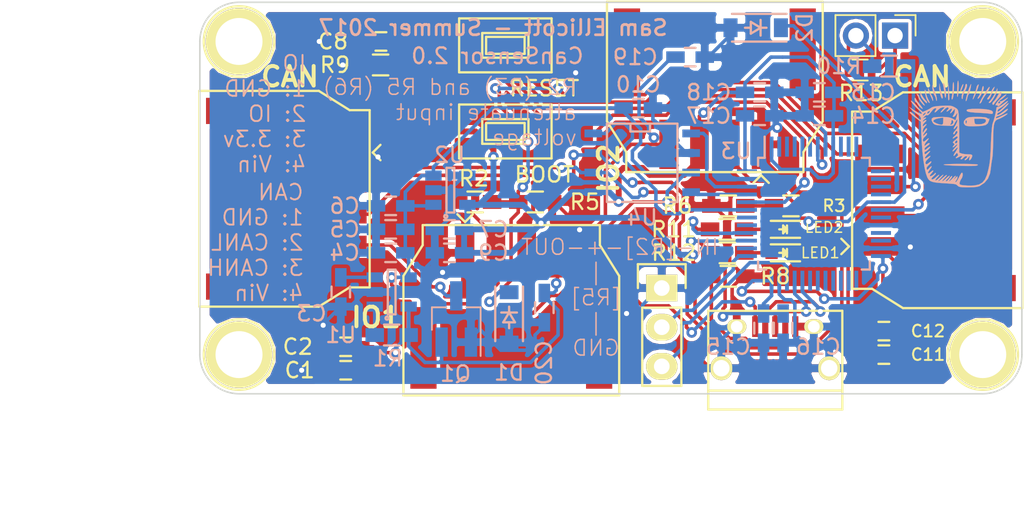
<source format=kicad_pcb>
(kicad_pcb (version 4) (host pcbnew 4.0.6)
  (title_block (title "Can Breakout") (date 2016-10-31) (rev 3.0) (company "Cedarville Supermileage") (comment 1 "Samuel Ellicott"))
  (layers (0 F.Cu signal) (31 B.Cu signal) (34 B.Paste user) (35 F.Paste user) (36 B.SilkS user) (37 F.SilkS user) (38 B.Mask user) (39 F.Mask user) (44 Edge.Cuts user))
  (net 0 "")
  (net 1 VDD)
  (net 2 GND)
  (net 3 "Net-(C3-Pad1)")
  (net 4 +5V)
  (net 5 +3V3)
  (net 6 /NRST)
  (net 7 /io2)
  (net 8 /Vin)
  (net 9 "Net-(D8-Pad2)")
  (net 10 "Net-(D9-Pad2)")
  (net 11 "Net-(P1-Pad2)")
  (net 12 "Net-(P2-Pad2)")
  (net 13 /SWCLK)
  (net 14 /SWDIO)
  (net 15 /USB_DM)
  (net 16 /USB_DP)
  (net 17 "Net-(P5-Pad4)")
  (net 18 /CAN_L)
  (net 19 /CAN_H)
  (net 20 "Net-(R1-Pad1)")
  (net 21 "Net-(R9-Pad1)")
  (net 22 /LED1)
  (net 23 /LED2)
  (net 24 /CAN_RX)
  (net 25 /CAN_TX)
  (net 26 /io1)
  (net 27 "Net-(U3-Pad2)")
  (net 28 "Net-(U3-Pad3)")
  (net 29 "Net-(U3-Pad4)")
  (net 30 "Net-(U3-Pad5)")
  (net 31 "Net-(U3-Pad6)")
  (net 32 "Net-(U3-Pad10)")
  (net 33 "Net-(U3-Pad11)")
  (net 34 "Net-(U3-Pad12)")
  (net 35 "Net-(U3-Pad13)")
  (net 36 "Net-(U3-Pad14)")
  (net 37 "Net-(U3-Pad15)")
  (net 38 "Net-(U3-Pad16)")
  (net 39 "Net-(U3-Pad19)")
  (net 40 "Net-(U3-Pad21)")
  (net 41 "Net-(U3-Pad22)")
  (net 42 "Net-(U3-Pad25)")
  (net 43 "Net-(U3-Pad26)")
  (net 44 "Net-(U3-Pad27)")
  (net 45 "Net-(U3-Pad28)")
  (net 46 "Net-(U3-Pad29)")
  (net 47 "Net-(U3-Pad30)")
  (net 48 "Net-(U3-Pad31)")
  (net 49 "Net-(U3-Pad38)")
  (net 50 "Net-(U3-Pad41)")
  (net 51 "Net-(U3-Pad42)")
  (net 52 "Net-(P8-Pad2)")
  (net 53 /CAN_EN)
  (module User_Connectors:Molex-duraClick-4conn (layer F.Cu) (at 153.34234 107.456986 90)
    (fp_text reference P7 hide)
    (fp_text value CAN_OUT)
    (pad 1 smd rect (at -2.999994 0 90) (size 1.2065 3.2004) (layers F.Cu F.Paste F.Mask) (net 2 GND))
    (pad 2 smd rect (at -0.999998 0 90) (size 1.2065 3.2004) (layers F.Cu F.Paste F.Mask) (net 18 /CAN_L))
    (pad 3 smd rect (at 0.999998 0 90) (size 1.2065 3.2004) (layers F.Cu F.Paste F.Mask) (net 19 /CAN_H))
    (pad 4 smd rect (at 2.999994 0 90) (size 1.2065 3.2004) (layers F.Cu F.Paste F.Mask) (net 8 /Vin))
    (pad 0 smd rect (at -5.700014 6.16966 90) (size 1.700022 5.299964) (layers F.Cu F.Paste F.Mask))
    (pad 0 smd rect (at 5.700014 6.16966 90) (size 1.700022 5.299964) (layers F.Cu F.Paste F.Mask))
  )
  (module Connect:1pin (layer F.Cu) (at 111.76 117.475)
    (fp_text reference REF** hide)
    (fp_text value 1pin hide)
    (pad 1 thru_hole circle (at 0 0) (size 4.318 4.318) (drill 3.048) (layers *.Cu *.Mask F.SilkS))
  )
  (module Connect:1pin (layer F.Cu) (at 111.76 97.155)
    (fp_text reference REF** hide)
    (fp_text value 1pin hide)
    (pad 1 thru_hole circle (at 0 0) (size 4.318 4.318) (drill 3.048) (layers *.Cu *.Mask F.SilkS))
  )
  (module Connect:1pin (layer F.Cu) (at 160.02 97.155)
    (fp_text reference REF** hide)
    (fp_text value 1pin hide)
    (pad 1 thru_hole circle (at 0 0) (size 4.318 4.318) (drill 3.048) (layers *.Cu *.Mask F.SilkS))
  )
  (module Capacitors_SMD:C_0603_HandSoldering (layer F.Cu) (at 118.684 118.491 180)
    (fp_text reference C1 (at 2.987 0 180) (layer F.SilkS))
    (fp_text value 10uf)
    (pad 1 smd rect (at -0.95 0 180) (size 1.2 0.75) (layers F.Cu F.Paste F.Mask) (net 1 VDD))
    (pad 2 smd rect (at 0.95 0 180) (size 1.2 0.75) (layers F.Cu F.Paste F.Mask) (net 2 GND))
  )
  (module Capacitors_SMD:C_0603_HandSoldering (layer F.Cu) (at 118.679 116.967 180)
    (fp_text reference C2 (at 3.109 0 180) (layer F.SilkS))
    (fp_text value 0.1uf)
    (pad 1 smd rect (at -0.95 0 180) (size 1.2 0.75) (layers F.Cu F.Paste F.Mask) (net 1 VDD))
    (pad 2 smd rect (at 0.95 0 180) (size 1.2 0.75) (layers F.Cu F.Paste F.Mask) (net 2 GND))
  )
  (module Capacitors_SMD:C_0603_HandSoldering (layer B.Cu) (at 118.364 113.411 270)
    (fp_text reference C3 (at 1.397 1.9 360) (layer B.SilkS) (effects (justify mirror)))
    (fp_text value 10uf)
    (pad 1 smd rect (at -0.95 0 270) (size 1.2 0.75) (layers B.Cu B.Paste B.Mask) (net 3 "Net-(C3-Pad1)"))
    (pad 2 smd rect (at 0.95 0 270) (size 1.2 0.75) (layers B.Cu B.Paste B.Mask) (net 2 GND))
  )
  (module Capacitors_SMD:C_0603_HandSoldering (layer B.Cu) (at 121.6 110.871 180)
    (fp_text reference C4 (at 2.982 0 180) (layer B.SilkS) (effects (justify mirror)))
    (fp_text value 0.1uf)
    (pad 1 smd rect (at -0.95 0 180) (size 1.2 0.75) (layers B.Cu B.Paste B.Mask) (net 4 +5V))
    (pad 2 smd rect (at 0.95 0 180) (size 1.2 0.75) (layers B.Cu B.Paste B.Mask) (net 2 GND))
  )
  (module Capacitors_SMD:C_0603_HandSoldering (layer B.Cu) (at 121.6 109.347 180)
    (fp_text reference C5 (at 2.982 0 180) (layer B.SilkS) (effects (justify mirror)))
    (fp_text value 1uf)
    (pad 1 smd rect (at -0.95 0 180) (size 1.2 0.75) (layers B.Cu B.Paste B.Mask) (net 4 +5V))
    (pad 2 smd rect (at 0.95 0 180) (size 1.2 0.75) (layers B.Cu B.Paste B.Mask) (net 2 GND))
  )
  (module Capacitors_SMD:C_0603_HandSoldering (layer B.Cu) (at 121.6 107.823 180)
    (fp_text reference C6 (at 2.982 0 180) (layer B.SilkS) (effects (justify mirror)))
    (fp_text value 0.1uf)
    (pad 1 smd rect (at -0.95 0 180) (size 1.2 0.75) (layers B.Cu B.Paste B.Mask) (net 4 +5V))
    (pad 2 smd rect (at 0.95 0 180) (size 1.2 0.75) (layers B.Cu B.Paste B.Mask) (net 2 GND))
  )
  (module Capacitors_SMD:C_0603_HandSoldering (layer B.Cu) (at 125.41 109.347 180)
    (fp_text reference C7 (at -2.86 0 180) (layer B.SilkS) (effects (justify mirror)))
    (fp_text value 10uf)
    (pad 1 smd rect (at -0.95 0 180) (size 1.2 0.75) (layers B.Cu B.Paste B.Mask) (net 5 +3V3))
    (pad 2 smd rect (at 0.95 0 180) (size 1.2 0.75) (layers B.Cu B.Paste B.Mask) (net 2 GND))
  )
  (module Capacitors_SMD:C_0603_HandSoldering (layer F.Cu) (at 120.97 97.155 180)
    (fp_text reference C8 (at 3.114 0 180) (layer F.SilkS))
    (fp_text value 0.1uf)
    (pad 1 smd rect (at -0.95 0 180) (size 1.2 0.75) (layers F.Cu F.Paste F.Mask) (net 6 /NRST))
    (pad 2 smd rect (at 0.95 0 180) (size 1.2 0.75) (layers F.Cu F.Paste F.Mask) (net 2 GND))
  )
  (module Capacitors_SMD:C_0603_HandSoldering (layer B.Cu) (at 125.415 110.871 180)
    (fp_text reference C9 (at -2.855 0 180) (layer B.SilkS) (effects (justify mirror)))
    (fp_text value 0.1uf)
    (pad 1 smd rect (at -0.95 0 180) (size 1.2 0.75) (layers B.Cu B.Paste B.Mask) (net 5 +3V3))
    (pad 2 smd rect (at 0.95 0 180) (size 1.2 0.75) (layers B.Cu B.Paste B.Mask) (net 2 GND))
  )
  (module Capacitors_SMD:C_0603_HandSoldering (layer B.Cu) (at 137.668 101.473)
    (fp_text reference C10 (at 0 -1.524) (layer B.SilkS) (effects (justify mirror)))
    (fp_text value 0.1uf)
    (pad 1 smd rect (at -0.95 0) (size 1.2 0.75) (layers B.Cu B.Paste B.Mask) (net 4 +5V))
    (pad 2 smd rect (at 0.95 0) (size 1.2 0.75) (layers B.Cu B.Paste B.Mask) (net 2 GND))
  )
  (module Capacitors_SMD:C_0603_HandSoldering (layer F.Cu) (at 153.604 117.475)
    (fp_text reference C11 (at 2.86 0) (layer F.SilkS) (effects (font (size 0.762 0.762) (thickness 0.127))))
    (fp_text value 1uf)
    (pad 1 smd rect (at -0.95 0) (size 1.2 0.75) (layers F.Cu F.Paste F.Mask) (net 5 +3V3))
    (pad 2 smd rect (at 0.95 0) (size 1.2 0.75) (layers F.Cu F.Paste F.Mask) (net 2 GND))
  )
  (module Capacitors_SMD:C_0603_HandSoldering (layer F.Cu) (at 153.604 115.951)
    (fp_text reference C12 (at 2.86 0) (layer F.SilkS) (effects (font (size 0.762 0.762) (thickness 0.127))))
    (fp_text value 0.1uf)
    (pad 1 smd rect (at -0.95 0) (size 1.2 0.75) (layers F.Cu F.Paste F.Mask) (net 5 +3V3))
    (pad 2 smd rect (at 0.95 0) (size 1.2 0.75) (layers F.Cu F.Paste F.Mask) (net 2 GND))
  )
  (module Capacitors_SMD:C_0603_HandSoldering (layer B.Cu) (at 149.418 100.457 180)
    (fp_text reference C13 (at -3.49 0 180) (layer B.SilkS) (effects (justify mirror)))
    (fp_text value 1uf)
    (pad 1 smd rect (at -0.95 0 180) (size 1.2 0.75) (layers B.Cu B.Paste B.Mask) (net 5 +3V3))
    (pad 2 smd rect (at 0.95 0 180) (size 1.2 0.75) (layers B.Cu B.Paste B.Mask) (net 2 GND))
  )
  (module Capacitors_SMD:C_0603_HandSoldering (layer B.Cu) (at 149.418 101.981 180)
    (fp_text reference C14 (at -3.49 0 180) (layer B.SilkS) (effects (justify mirror)))
    (fp_text value 0.1uf)
    (pad 1 smd rect (at -0.95 0 180) (size 1.2 0.75) (layers B.Cu B.Paste B.Mask) (net 5 +3V3))
    (pad 2 smd rect (at 0.95 0 180) (size 1.2 0.75) (layers B.Cu B.Paste B.Mask) (net 2 GND))
  )
  (module Capacitors_SMD:C_0603_HandSoldering (layer B.Cu) (at 145.796 115.758 270)
    (fp_text reference C15 (at 1.209 2.286 360) (layer B.SilkS) (effects (justify mirror)))
    (fp_text value 1uf)
    (pad 1 smd rect (at -0.95 0 270) (size 1.2 0.75) (layers B.Cu B.Paste B.Mask) (net 5 +3V3))
    (pad 2 smd rect (at 0.95 0 270) (size 1.2 0.75) (layers B.Cu B.Paste B.Mask) (net 2 GND))
  )
  (module Capacitors_SMD:C_0603_HandSoldering (layer B.Cu) (at 147.066 115.758 270)
    (fp_text reference C16 (at 1.209 -2.286 360) (layer B.SilkS) (effects (justify mirror)))
    (fp_text value 0.1uf)
    (pad 1 smd rect (at -0.95 0 270) (size 1.2 0.75) (layers B.Cu B.Paste B.Mask) (net 5 +3V3))
    (pad 2 smd rect (at 0.95 0 270) (size 1.2 0.75) (layers B.Cu B.Paste B.Mask) (net 2 GND))
  )
  (module Capacitors_SMD:C_0603_HandSoldering (layer B.Cu) (at 145.542 101.981)
    (fp_text reference C17 (at -3.302 0) (layer B.SilkS) (effects (justify mirror)))
    (fp_text value 1uf)
    (pad 1 smd rect (at -0.95 0) (size 1.2 0.75) (layers B.Cu B.Paste B.Mask) (net 5 +3V3))
    (pad 2 smd rect (at 0.95 0) (size 1.2 0.75) (layers B.Cu B.Paste B.Mask) (net 2 GND))
  )
  (module Capacitors_SMD:C_0603_HandSoldering (layer B.Cu) (at 145.542 100.457)
    (fp_text reference C18 (at -3.302 0) (layer B.SilkS) (effects (justify mirror)))
    (fp_text value 0.1uf)
    (pad 1 smd rect (at -0.95 0) (size 1.2 0.75) (layers B.Cu B.Paste B.Mask) (net 5 +3V3))
    (pad 2 smd rect (at 0.95 0) (size 1.2 0.75) (layers B.Cu B.Paste B.Mask) (net 2 GND))
  )
  (module Diodes_SMD:SOD-123 (layer B.Cu) (at 129.286 115.062 270)
    (fp_text reference D1 (at 3.5814 0 360) (layer B.SilkS) (effects (justify mirror)))
    (fp_text value D_Zener_Small)
    (pad 1 smd rect (at -1.635 0 270) (size 0.91 1.22) (layers B.Cu B.Paste B.Mask) (net 26 /io1))
    (pad 2 smd rect (at 1.635 0 270) (size 0.91 1.22) (layers B.Cu B.Paste B.Mask) (net 2 GND))
  )
  (module Diodes_SMD:SOD-123 (layer B.Cu) (at 145.288 96.266 180)
    (fp_text reference D2 (at -3.175 0 270) (layer B.SilkS) (effects (justify mirror)))
    (fp_text value D_Zener_Small)
    (pad 1 smd rect (at -1.635 0 180) (size 0.91 1.22) (layers B.Cu B.Paste B.Mask) (net 7 /io2))
    (pad 2 smd rect (at 1.635 0 180) (size 0.91 1.22) (layers B.Cu B.Paste B.Mask) (net 2 GND))
  )
  (module Pin_Headers:Pin_Header_Straight_1x03 (layer F.Cu) (at 139.192 113.157)
    (fp_text reference P4 hide)
    (fp_text value CONN_01X03 hide)
    (pad 1 thru_hole rect (at 0 0) (size 2.032 1.7272) (drill 1.016) (layers *.Cu *.Mask F.SilkS) (net 2 GND))
    (pad 2 thru_hole oval (at 0 2.54) (size 2.032 1.7272) (drill 1.016) (layers *.Cu *.Mask F.SilkS) (net 13 /SWCLK))
    (pad 3 thru_hole oval (at 0 5.08) (size 2.032 1.7272) (drill 1.016) (layers *.Cu *.Mask F.SilkS) (net 14 /SWDIO))
  )
  (module Connect:USB_Micro-B (layer F.Cu) (at 146.558 117.221)
    (fp_text reference P5 hide)
    (fp_text value USB hide)
    (pad 1 smd rect (at -1.3009 -1.56254 90) (size 1.35 0.4) (layers F.Cu F.Paste F.Mask) (net 4 +5V))
    (pad 2 smd rect (at -0.6509 -1.56254 90) (size 1.35 0.4) (layers F.Cu F.Paste F.Mask) (net 15 /USB_DM))
    (pad 3 smd rect (at -0.0009 -1.56254 90) (size 1.35 0.4) (layers F.Cu F.Paste F.Mask) (net 16 /USB_DP))
    (pad 4 smd rect (at 0.6491 -1.56254 90) (size 1.35 0.4) (layers F.Cu F.Paste F.Mask) (net 17 "Net-(P5-Pad4)"))
    (pad 5 smd rect (at 1.2991 -1.56254 90) (size 1.35 0.4) (layers F.Cu F.Paste F.Mask) (net 2 GND))
    (pad 6 thru_hole oval (at -2.5009 -1.56254 90) (size 0.95 1.25) (drill oval 0.762) (layers *.Cu *.Mask F.SilkS) (net 2 GND))
    (pad 6 thru_hole oval (at 2.4991 -1.56254 90) (size 0.95 1.25) (drill oval 0.762) (layers *.Cu *.Mask F.SilkS) (net 2 GND))
    (pad 6 thru_hole oval (at -3.5009 1.13746 90) (size 1.55 1.4224) (drill oval 1.0668) (layers *.Cu *.Mask F.SilkS) (net 2 GND))
    (pad 6 thru_hole oval (at 3.4991 1.13746 90) (size 1.55 1.4224) (drill oval 1.0668) (layers *.Cu *.Mask F.SilkS) (net 2 GND))
  )
  (module Resistors_SMD:R_0603_HandSoldering (layer B.Cu) (at 121.666 116.205)
    (fp_text reference R1 (at -0.254 1.524) (layer B.SilkS) (effects (justify mirror)))
    (fp_text value 100K)
    (pad 1 smd rect (at -1.1 0) (size 1.2 0.9) (layers B.Cu B.Paste B.Mask) (net 20 "Net-(R1-Pad1)"))
    (pad 2 smd rect (at 1.1 0) (size 1.2 0.9) (layers B.Cu B.Paste B.Mask) (net 1 VDD))
  )
  (module Resistors_SMD:R_0603_HandSoldering (layer F.Cu) (at 127.084 107.569 180)
    (fp_text reference R2 (at 0.084 1.524 180) (layer F.SilkS))
    (fp_text value R)
    (pad 1 smd rect (at -1.1 0 180) (size 1.2 0.9) (layers F.Cu F.Paste F.Mask) (net 26 /io1))
    (pad 2 smd rect (at 1.1 0 180) (size 1.2 0.9) (layers F.Cu F.Paste F.Mask) (net 11 "Net-(P1-Pad2)"))
  )
  (module Resistors_SMD:R_0603_HandSoldering (layer F.Cu) (at 147.574 107.823)
    (fp_text reference R3 (at 2.794 0) (layer F.SilkS) (effects (font (size 0.762 0.762) (thickness 0.127))))
    (fp_text value R)
    (pad 1 smd rect (at -1.1 0) (size 1.2 0.9) (layers F.Cu F.Paste F.Mask) (net 7 /io2))
    (pad 2 smd rect (at 1.1 0) (size 1.2 0.9) (layers F.Cu F.Paste F.Mask) (net 12 "Net-(P2-Pad2)"))
  )
  (module Resistors_SMD:R_0603_HandSoldering (layer F.Cu) (at 130.98 107.569)
    (fp_text reference R5 (at 3.218 0) (layer F.SilkS))
    (fp_text value R)
    (pad 1 smd rect (at -1.1 0) (size 1.2 0.9) (layers F.Cu F.Paste F.Mask) (net 26 /io1))
    (pad 2 smd rect (at 1.1 0) (size 1.2 0.9) (layers F.Cu F.Paste F.Mask) (net 2 GND))
  )
  (module Resistors_SMD:R_0603_HandSoldering (layer F.Cu) (at 143.51 107.823 180)
    (fp_text reference R6 (at 3.302 0 180) (layer F.SilkS))
    (fp_text value R)
    (pad 1 smd rect (at -1.1 0 180) (size 1.2 0.9) (layers F.Cu F.Paste F.Mask) (net 7 /io2))
    (pad 2 smd rect (at 1.1 0 180) (size 1.2 0.9) (layers F.Cu F.Paste F.Mask) (net 2 GND))
  )
  (module Resistors_SMD:R_0603_HandSoldering (layer F.Cu) (at 143.51 112.395)
    (fp_text reference R8 (at 3.048 0) (layer F.SilkS))
    (fp_text value 100K hide)
    (pad 1 smd rect (at -1.1 0) (size 1.2 0.9) (layers F.Cu F.Paste F.Mask) (net 17 "Net-(P5-Pad4)"))
    (pad 2 smd rect (at 1.1 0) (size 1.2 0.9) (layers F.Cu F.Paste F.Mask) (net 2 GND))
  )
  (module Resistors_SMD:R_0603_HandSoldering (layer F.Cu) (at 120.947 98.679 180)
    (fp_text reference R9 (at 2.964 0 180) (layer F.SilkS))
    (fp_text value 100K)
    (pad 1 smd rect (at -1.1 0 180) (size 1.2 0.9) (layers F.Cu F.Paste F.Mask) (net 21 "Net-(R9-Pad1)"))
    (pad 2 smd rect (at 1.1 0 180) (size 1.2 0.9) (layers F.Cu F.Paste F.Mask) (net 2 GND))
  )
  (module Resistors_SMD:R_0603_HandSoldering (layer B.Cu) (at 153.9416 98.7552 180)
    (fp_text reference R10 (at 3.259 0 180) (layer B.SilkS) (effects (justify mirror)))
    (fp_text value 120R)
    (pad 1 smd rect (at -1.1 0 180) (size 1.2 0.9) (layers B.Cu B.Paste B.Mask) (net 19 /CAN_H))
    (pad 2 smd rect (at 1.1 0 180) (size 1.2 0.9) (layers B.Cu B.Paste B.Mask) (net 52 "Net-(P8-Pad2)"))
  )
  (module Resistors_SMD:R_0603_HandSoldering (layer F.Cu) (at 143.426 109.347 180)
    (fp_text reference R11 (at 3.472 0 180) (layer F.SilkS))
    (fp_text value 120R)
    (pad 1 smd rect (at -1.1 0 180) (size 1.2 0.9) (layers F.Cu F.Paste F.Mask) (net 9 "Net-(D8-Pad2)"))
    (pad 2 smd rect (at 1.1 0 180) (size 1.2 0.9) (layers F.Cu F.Paste F.Mask) (net 22 /LED1))
  )
  (module Resistors_SMD:R_0603_HandSoldering (layer F.Cu) (at 143.4465 110.871 180)
    (fp_text reference R12 (at 3.472 0 180) (layer F.SilkS))
    (fp_text value 120R)
    (pad 1 smd rect (at -1.1 0 180) (size 1.2 0.9) (layers F.Cu F.Paste F.Mask) (net 10 "Net-(D9-Pad2)"))
    (pad 2 smd rect (at 1.1 0 180) (size 1.2 0.9) (layers F.Cu F.Paste F.Mask) (net 23 /LED2))
  )
  (module Buttons_Switches_SMD:SW_SPST_FSMSM (layer F.Cu) (at 129.032 97.409)
    (fp_text reference SW1 hide)
    (fp_text value RESET (at 2.54 2.794) (layer F.SilkS))
    (pad 1 smd rect (at -4.60243 -0.00232) (size 2.18 1.6) (layers F.Cu F.Paste F.Mask) (net 6 /NRST))
    (pad 2 smd rect (at 4.60243 0.00232) (size 2.18 1.6) (layers F.Cu F.Paste F.Mask) (net 2 GND))
  )
  (module Buttons_Switches_SMD:SW_SPST_FSMSM (layer F.Cu) (at 129.032 102.997)
    (fp_text reference SW2 hide)
    (fp_text value BOOT (at 2.54 2.794) (layer F.SilkS))
    (pad 1 smd rect (at -4.60243 -0.00232) (size 2.18 1.6) (layers F.Cu F.Paste F.Mask) (net 5 +3V3))
    (pad 2 smd rect (at 4.60243 0.00232) (size 2.18 1.6) (layers F.Cu F.Paste F.Mask) (net 21 "Net-(R9-Pad1)"))
  )
  (module TO_SOT_Packages_SMD:SOT-23-5 (layer B.Cu) (at 121.666 113.411)
    (fp_text reference U1 (at -3.302 2.794) (layer B.SilkS) (effects (justify mirror)))
    (fp_text value NJM2870F0)
    (pad 1 smd rect (at -1.1 0.95) (size 1.06 0.65) (layers B.Cu B.Paste B.Mask) (net 20 "Net-(R1-Pad1)"))
    (pad 2 smd rect (at -1.1 0) (size 1.06 0.65) (layers B.Cu B.Paste B.Mask) (net 2 GND))
    (pad 3 smd rect (at -1.1 -0.95) (size 1.06 0.65) (layers B.Cu B.Paste B.Mask) (net 3 "Net-(C3-Pad1)"))
    (pad 4 smd rect (at 1.1 -0.95) (size 1.06 0.65) (layers B.Cu B.Paste B.Mask) (net 4 +5V))
    (pad 5 smd rect (at 1.1 0.95) (size 1.06 0.65) (layers B.Cu B.Paste B.Mask) (net 1 VDD))
  )
  (module TO_SOT_Packages_SMD:SOT-23-5 (layer B.Cu) (at 125.476 106.807)
    (fp_text reference U2 (at -0.05 -2.286) (layer B.SilkS) (effects (justify mirror)))
    (fp_text value MIC5317)
    (pad 1 smd rect (at -1.1 0.95) (size 1.06 0.65) (layers B.Cu B.Paste B.Mask) (net 4 +5V))
    (pad 2 smd rect (at -1.1 0) (size 1.06 0.65) (layers B.Cu B.Paste B.Mask) (net 2 GND))
    (pad 3 smd rect (at -1.1 -0.95) (size 1.06 0.65) (layers B.Cu B.Paste B.Mask) (net 4 +5V))
    (pad 4 smd rect (at 1.1 -0.95) (size 1.06 0.65) (layers B.Cu B.Paste B.Mask) (net 2 GND))
    (pad 5 smd rect (at 1.1 0.95) (size 1.06 0.65) (layers B.Cu B.Paste B.Mask) (net 5 +3V3))
  )
  (module Housings_QFP:TQFP-48_7x7mm_Pitch0.5mm (layer B.Cu) (at 149.066 108.331 270)
    (fp_text reference U3 (at -4.064 5.048 360) (layer B.SilkS) (effects (justify mirror)))
    (fp_text value STM32F042C6)
    (pad 1 smd rect (at -4.35 2.75 270) (size 1.3 0.25) (layers B.Cu B.Paste B.Mask) (net 5 +3V3))
    (pad 2 smd rect (at -4.35 2.25 270) (size 1.3 0.25) (layers B.Cu B.Paste B.Mask) (net 27 "Net-(U3-Pad2)"))
    (pad 3 smd rect (at -4.35 1.75 270) (size 1.3 0.25) (layers B.Cu B.Paste B.Mask) (net 28 "Net-(U3-Pad3)"))
    (pad 4 smd rect (at -4.35 1.25 270) (size 1.3 0.25) (layers B.Cu B.Paste B.Mask) (net 29 "Net-(U3-Pad4)"))
    (pad 5 smd rect (at -4.35 0.75 270) (size 1.3 0.25) (layers B.Cu B.Paste B.Mask) (net 30 "Net-(U3-Pad5)"))
    (pad 6 smd rect (at -4.35 0.25 270) (size 1.3 0.25) (layers B.Cu B.Paste B.Mask) (net 31 "Net-(U3-Pad6)"))
    (pad 7 smd rect (at -4.35 -0.25 270) (size 1.3 0.25) (layers B.Cu B.Paste B.Mask) (net 6 /NRST))
    (pad 8 smd rect (at -4.35 -0.75 270) (size 1.3 0.25) (layers B.Cu B.Paste B.Mask) (net 2 GND))
    (pad 9 smd rect (at -4.35 -1.25 270) (size 1.3 0.25) (layers B.Cu B.Paste B.Mask) (net 5 +3V3))
    (pad 10 smd rect (at -4.35 -1.75 270) (size 1.3 0.25) (layers B.Cu B.Paste B.Mask) (net 32 "Net-(U3-Pad10)"))
    (pad 11 smd rect (at -4.35 -2.25 270) (size 1.3 0.25) (layers B.Cu B.Paste B.Mask) (net 33 "Net-(U3-Pad11)"))
    (pad 12 smd rect (at -4.35 -2.75 270) (size 1.3 0.25) (layers B.Cu B.Paste B.Mask) (net 34 "Net-(U3-Pad12)"))
    (pad 13 smd rect (at -2.75 -4.35 180) (size 1.3 0.25) (layers B.Cu B.Paste B.Mask) (net 35 "Net-(U3-Pad13)"))
    (pad 14 smd rect (at -2.25 -4.35 180) (size 1.3 0.25) (layers B.Cu B.Paste B.Mask) (net 36 "Net-(U3-Pad14)"))
    (pad 15 smd rect (at -1.75 -4.35 180) (size 1.3 0.25) (layers B.Cu B.Paste B.Mask) (net 37 "Net-(U3-Pad15)"))
    (pad 16 smd rect (at -1.25 -4.35 180) (size 1.3 0.25) (layers B.Cu B.Paste B.Mask) (net 38 "Net-(U3-Pad16)"))
    (pad 17 smd rect (at -0.75 -4.35 180) (size 1.3 0.25) (layers B.Cu B.Paste B.Mask) (net 7 /io2))
    (pad 18 smd rect (at -0.25 -4.35 180) (size 1.3 0.25) (layers B.Cu B.Paste B.Mask) (net 26 /io1))
    (pad 19 smd rect (at 0.25 -4.35 180) (size 1.3 0.25) (layers B.Cu B.Paste B.Mask) (net 39 "Net-(U3-Pad19)"))
    (pad 20 smd rect (at 0.75 -4.35 180) (size 1.3 0.25) (layers B.Cu B.Paste B.Mask) (net 2 GND))
    (pad 21 smd rect (at 1.25 -4.35 180) (size 1.3 0.25) (layers B.Cu B.Paste B.Mask) (net 40 "Net-(U3-Pad21)"))
    (pad 22 smd rect (at 1.75 -4.35 180) (size 1.3 0.25) (layers B.Cu B.Paste B.Mask) (net 41 "Net-(U3-Pad22)"))
    (pad 23 smd rect (at 2.25 -4.35 180) (size 1.3 0.25) (layers B.Cu B.Paste B.Mask) (net 2 GND))
    (pad 24 smd rect (at 2.75 -4.35 180) (size 1.3 0.25) (layers B.Cu B.Paste B.Mask) (net 5 +3V3))
    (pad 25 smd rect (at 4.35 -2.75 270) (size 1.3 0.25) (layers B.Cu B.Paste B.Mask) (net 42 "Net-(U3-Pad25)"))
    (pad 26 smd rect (at 4.35 -2.25 270) (size 1.3 0.25) (layers B.Cu B.Paste B.Mask) (net 43 "Net-(U3-Pad26)"))
    (pad 27 smd rect (at 4.35 -1.75 270) (size 1.3 0.25) (layers B.Cu B.Paste B.Mask) (net 44 "Net-(U3-Pad27)"))
    (pad 28 smd rect (at 4.35 -1.25 270) (size 1.3 0.25) (layers B.Cu B.Paste B.Mask) (net 45 "Net-(U3-Pad28)"))
    (pad 29 smd rect (at 4.35 -0.75 270) (size 1.3 0.25) (layers B.Cu B.Paste B.Mask) (net 46 "Net-(U3-Pad29)"))
    (pad 30 smd rect (at 4.35 -0.25 270) (size 1.3 0.25) (layers B.Cu B.Paste B.Mask) (net 47 "Net-(U3-Pad30)"))
    (pad 31 smd rect (at 4.35 0.25 270) (size 1.3 0.25) (layers B.Cu B.Paste B.Mask) (net 48 "Net-(U3-Pad31)"))
    (pad 32 smd rect (at 4.35 0.75 270) (size 1.3 0.25) (layers B.Cu B.Paste B.Mask) (net 15 /USB_DM))
    (pad 33 smd rect (at 4.35 1.25 270) (size 1.3 0.25) (layers B.Cu B.Paste B.Mask) (net 16 /USB_DP))
    (pad 34 smd rect (at 4.35 1.75 270) (size 1.3 0.25) (layers B.Cu B.Paste B.Mask) (net 14 /SWDIO))
    (pad 35 smd rect (at 4.35 2.25 270) (size 1.3 0.25) (layers B.Cu B.Paste B.Mask) (net 2 GND))
    (pad 36 smd rect (at 4.35 2.75 270) (size 1.3 0.25) (layers B.Cu B.Paste B.Mask) (net 5 +3V3))
    (pad 37 smd rect (at 2.75 4.35 180) (size 1.3 0.25) (layers B.Cu B.Paste B.Mask) (net 13 /SWCLK))
    (pad 38 smd rect (at 2.25 4.35 180) (size 1.3 0.25) (layers B.Cu B.Paste B.Mask) (net 49 "Net-(U3-Pad38)"))
    (pad 39 smd rect (at 1.75 4.35 180) (size 1.3 0.25) (layers B.Cu B.Paste B.Mask) (net 23 /LED2))
    (pad 40 smd rect (at 1.25 4.35 180) (size 1.3 0.25) (layers B.Cu B.Paste B.Mask) (net 22 /LED1))
    (pad 41 smd rect (at 0.75 4.35 180) (size 1.3 0.25) (layers B.Cu B.Paste B.Mask) (net 50 "Net-(U3-Pad41)"))
    (pad 42 smd rect (at 0.25 4.35 180) (size 1.3 0.25) (layers B.Cu B.Paste B.Mask) (net 51 "Net-(U3-Pad42)"))
    (pad 43 smd rect (at -0.25 4.35 180) (size 1.3 0.25) (layers B.Cu B.Paste B.Mask) (net 53 /CAN_EN))
    (pad 44 smd rect (at -0.75 4.35 180) (size 1.3 0.25) (layers B.Cu B.Paste B.Mask) (net 21 "Net-(R9-Pad1)"))
    (pad 45 smd rect (at -1.25 4.35 180) (size 1.3 0.25) (layers B.Cu B.Paste B.Mask) (net 24 /CAN_RX))
    (pad 46 smd rect (at -1.75 4.35 180) (size 1.3 0.25) (layers B.Cu B.Paste B.Mask) (net 25 /CAN_TX))
    (pad 47 smd rect (at -2.25 4.35 180) (size 1.3 0.25) (layers B.Cu B.Paste B.Mask) (net 2 GND))
    (pad 48 smd rect (at -2.75 4.35 180) (size 1.3 0.25) (layers B.Cu B.Paste B.Mask) (net 5 +3V3))
  )
  (module SMD_Packages:SOIC-8-N (layer B.Cu) (at 137.922 105.029 270)
    (fp_text reference U4 (at 3.556 0 360) (layer B.SilkS) (effects (justify mirror)))
    (fp_text value mcp2562)
    (pad 8 smd rect (at -1.905 3.175 270) (size 0.508 1.143) (layers B.Cu B.Paste B.Mask) (net 53 /CAN_EN))
    (pad 7 smd rect (at -0.635 3.175 270) (size 0.508 1.143) (layers B.Cu B.Paste B.Mask) (net 19 /CAN_H))
    (pad 6 smd rect (at 0.635 3.175 270) (size 0.508 1.143) (layers B.Cu B.Paste B.Mask) (net 18 /CAN_L))
    (pad 5 smd rect (at 1.905 3.175 270) (size 0.508 1.143) (layers B.Cu B.Paste B.Mask) (net 5 +3V3))
    (pad 4 smd rect (at 1.905 -3.175 270) (size 0.508 1.143) (layers B.Cu B.Paste B.Mask) (net 24 /CAN_RX))
    (pad 3 smd rect (at 0.635 -3.175 270) (size 0.508 1.143) (layers B.Cu B.Paste B.Mask) (net 4 +5V))
    (pad 2 smd rect (at -0.635 -3.175 270) (size 0.508 1.143) (layers B.Cu B.Paste B.Mask) (net 2 GND))
    (pad 1 smd rect (at -1.905 -3.175 270) (size 0.508 1.143) (layers B.Cu B.Paste B.Mask) (net 25 /CAN_TX))
  )
  (module Connect:1pin (layer F.Cu) (at 160.02 117.475)
    (fp_text reference REF** hide)
    (fp_text value 1pin hide)
    (pad 1 thru_hole circle (at 0 0) (size 4.318 4.318) (drill 3.048) (layers *.Cu *.Mask F.SilkS))
  )
  (module LEDs:LED_0603 (layer F.Cu) (at 147.066 109.347 180)
    (fp_text reference D8 hide)
    (fp_text value LED1)
    (pad 2 smd rect (at 0.7493 0) (size 0.79756 0.79756) (layers F.Cu F.Paste F.Mask) (net 9 "Net-(D8-Pad2)"))
    (pad 1 smd rect (at -0.7493 0) (size 0.79756 0.79756) (layers F.Cu F.Paste F.Mask) (net 2 GND))
  )
  (module LEDs:LED_0603 (layer F.Cu) (at 147.066 110.871 180)
    (fp_text reference D9 hide)
    (fp_text value LED2)
    (pad 2 smd rect (at 0.7493 0) (size 0.79756 0.79756) (layers F.Cu F.Paste F.Mask) (net 10 "Net-(D9-Pad2)"))
    (pad 1 smd rect (at -0.7493 0) (size 0.79756 0.79756) (layers F.Cu F.Paste F.Mask) (net 2 GND))
  )
  (module Capacitors_SMD:C_0603_HandSoldering (layer B.Cu) (at 141.031 98.171)
    (fp_text reference C19 (at -3.556 0) (layer B.SilkS) (effects (justify mirror)))
    (fp_text value 10uf)
    (pad 1 smd rect (at -0.95 0) (size 1.2 0.75) (layers B.Cu B.Paste B.Mask) (net 1 VDD))
    (pad 2 smd rect (at 0.95 0) (size 1.2 0.75) (layers B.Cu B.Paste B.Mask) (net 2 GND))
  )
  (module Capacitors_SMD:C_0603_HandSoldering (layer B.Cu) (at 131.572 114.427 270)
    (fp_text reference C20 (at 3.5814 0.0254 270) (layer B.SilkS) (effects (justify mirror)))
    (fp_text value 10uf)
    (pad 1 smd rect (at -0.95 0 270) (size 1.2 0.75) (layers B.Cu B.Paste B.Mask) (net 1 VDD))
    (pad 2 smd rect (at 0.95 0 270) (size 1.2 0.75) (layers B.Cu B.Paste B.Mask) (net 2 GND))
  )
  (module User_Connectors:Molex-duraClick-4conn (layer F.Cu) (at 129.427986 110.871)
    (fp_text reference P1 hide)
    (fp_text value IO1)
    (pad 1 smd rect (at -2.999994 0) (size 1.2065 3.2004) (layers F.Cu F.Paste F.Mask) (net 2 GND))
    (pad 2 smd rect (at -0.999998 0) (size 1.2065 3.2004) (layers F.Cu F.Paste F.Mask) (net 11 "Net-(P1-Pad2)"))
    (pad 3 smd rect (at 0.999998 0) (size 1.2065 3.2004) (layers F.Cu F.Paste F.Mask) (net 5 +3V3))
    (pad 4 smd rect (at 2.999994 0) (size 1.2065 3.2004) (layers F.Cu F.Paste F.Mask) (net 1 VDD))
    (pad 0 smd rect (at -5.700014 6.16966) (size 1.700022 5.299964) (layers F.Cu F.Paste F.Mask))
    (pad 0 smd rect (at 5.700014 6.16966) (size 1.700022 5.299964) (layers F.Cu F.Paste F.Mask))
  )
  (module User_Connectors:Molex-duraClick-4conn (layer F.Cu) (at 142.635986 103.83266 180)
    (fp_text reference P2 hide)
    (fp_text value IO2)
    (pad 1 smd rect (at -2.999994 0 180) (size 1.2065 3.2004) (layers F.Cu F.Paste F.Mask) (net 2 GND))
    (pad 2 smd rect (at -0.999998 0 180) (size 1.2065 3.2004) (layers F.Cu F.Paste F.Mask) (net 12 "Net-(P2-Pad2)"))
    (pad 3 smd rect (at 0.999998 0 180) (size 1.2065 3.2004) (layers F.Cu F.Paste F.Mask) (net 5 +3V3))
    (pad 4 smd rect (at 2.999994 0 180) (size 1.2065 3.2004) (layers F.Cu F.Paste F.Mask) (net 1 VDD))
    (pad 0 smd rect (at -5.700014 6.16966 180) (size 1.700022 5.299964) (layers F.Cu F.Paste F.Mask))
    (pad 0 smd rect (at 5.700014 6.16966 180) (size 1.700022 5.299964) (layers F.Cu F.Paste F.Mask))
  )
  (module User_Connectors:Molex-duraClick-4conn (layer F.Cu) (at 118.43766 107.363006 270)
    (fp_text reference P6 hide)
    (fp_text value CAN_IN)
    (pad 1 smd rect (at -2.999994 0 270) (size 1.2065 3.2004) (layers F.Cu F.Paste F.Mask) (net 2 GND))
    (pad 2 smd rect (at -0.999998 0 270) (size 1.2065 3.2004) (layers F.Cu F.Paste F.Mask) (net 18 /CAN_L))
    (pad 3 smd rect (at 0.999998 0 270) (size 1.2065 3.2004) (layers F.Cu F.Paste F.Mask) (net 19 /CAN_H))
    (pad 4 smd rect (at 2.999994 0 270) (size 1.2065 3.2004) (layers F.Cu F.Paste F.Mask) (net 8 /Vin))
    (pad 0 smd rect (at -5.700014 6.16966 270) (size 1.700022 5.299964) (layers F.Cu F.Paste F.Mask))
    (pad 0 smd rect (at 5.700014 6.16966 270) (size 1.700022 5.299964) (layers F.Cu F.Paste F.Mask))
  )
  (module User_Random:TwoFacedMan (layer B.Cu) (at 158.496 103.124 180)
    (fp_text reference G*** hide)
    (fp_text value LOGO hide)
  )
  (module Pin_Headers:Pin_Header_Straight_1x02_Pitch2.54mm (layer F.Cu) (at 154.3304 96.774 270)
    (fp_text reference P8 hide)
    (fp_text value TERM)
    (pad 1 thru_hole rect (at 0 0 270) (size 1.7 1.7) (drill 1) (layers *.Cu *.Mask) (net 18 /CAN_L))
    (pad 2 thru_hole oval (at 0 2.54 270) (size 1.7 1.7) (drill 1) (layers *.Cu *.Mask) (net 52 "Net-(P8-Pad2)"))
  )
  (module TO_SOT_Packages_SMD:SOT-23_Handsoldering (layer B.Cu) (at 125.857 115.165 90)
    (fp_text reference Q1 (at -3.5546 -0.0508 180) (layer B.SilkS) (effects (justify mirror)))
    (fp_text value Q_PMOS_GSD)
    (pad 1 smd rect (at -1.5 0.95 90) (size 1.9 0.8) (layers B.Cu B.Paste B.Mask) (net 2 GND))
    (pad 2 smd rect (at -1.5 -0.95 90) (size 1.9 0.8) (layers B.Cu B.Paste B.Mask) (net 1 VDD))
    (pad 3 smd rect (at 1.5 0 90) (size 1.9 0.8) (layers B.Cu B.Paste B.Mask) (net 8 /Vin))
  )
  (module Resistors_SMD:R_0603 (layer F.Cu) (at 152.0564 99.0092)
    (fp_text reference R13 (at 0.0642 1.4986) (layer F.SilkS))
    (fp_text value Jump)
    (pad 1 smd rect (at -0.75 0) (size 0.5 0.9) (layers F.Cu F.Paste F.Mask) (net 52 "Net-(P8-Pad2)"))
    (pad 2 smd rect (at 0.75 0) (size 0.5 0.9) (layers F.Cu F.Paste F.Mask) (net 18 /CAN_L))
  )
  (gr_text "IN-[R2]-+-OUT\n    |\n    [R5]\n    |\n    GND" (at 136.4742 113.7666) (layer B.SilkS) (effects (font (size 1.016 1.016) (thickness 0.1)) (justify mirror)))
  (gr_text "R2 (R3) and R5 (R6)\nattenuate input \nvoltage" (at 133.7564 101.7524) (layer B.SilkS) (effects (font (size 1.016 1.016) (thickness 0.1)) (justify left mirror)))
  (gr_text "CanSensor 2.0" (at 134.2136 98.0948) (layer B.SilkS) (effects (font (size 1.016 1.016)) (justify left mirror)))
  (gr_text "Sam Ellicott - Summer 2017" (at 128.2446 96.266) (layer B.SilkS) (effects (font (size 1 1) (thickness 0.175)) (justify mirror)))
  (gr_text "CAN\n1: GND\n2: CANL\n3: CANH\n4: Vin" (at 116.0272 110.2106) (layer B.SilkS) (effects (font (size 1.016 1.016) (thickness 0.125)) (justify left mirror)))
  (gr_text "IO\n1: GND\n2: IO\n3: 3.3v\n4: Vin" (at 116.205 101.854) (layer B.SilkS) (effects (font (size 1.016 1.016) (thickness 0.125)) (justify left mirror)))
  (gr_text LED1 (at 149.479 110.871) (layer F.SilkS) (effects (font (size 0.6858 0.6858) (thickness 0.09652))))
  (gr_text LED2 (at 149.733 109.22) (layer F.SilkS) (effects (font (size 0.6858 0.6858) (thickness 0.09652))))
  (gr_text IO2 (at 135.7376 105.3846 90) (layer F.SilkS) (effects (font (size 1.27 1.27) (thickness 0.254))))
  (gr_text IO1 (at 120.65 115.062) (layer F.SilkS) (effects (font (size 1.27 1.27) (thickness 0.254))))
  (gr_text CAN (at 115.062 99.441) (layer F.SilkS) (effects (font (size 1.27 1.27) (thickness 0.254))))
  (gr_text CAN (at 156.083 99.441) (layer F.SilkS) (effects (font (size 1.27 1.27) (thickness 0.254))))
  (gr_line (start 109.22 97.155) (end 109.22 117.475) (layer Edge.Cuts) (width 0.1))
  (gr_line (start 160.02 94.615) (end 111.76 94.615) (layer Edge.Cuts) (width 0.1))
  (gr_line (start 162.56 117.475) (end 162.56 97.155) (layer Edge.Cuts) (width 0.1))
  (gr_line (start 111.76 120.015) (end 160.02 120.015) (layer Edge.Cuts) (width 0.1))
  (gr_arc (start 111.76 117.475) (end 111.76 120.015) (angle 90) (layer Edge.Cuts) (width 0.1))
  (gr_arc (start 111.76 97.155) (end 109.22 97.155) (angle 90) (layer Edge.Cuts) (width 0.1))
  (gr_arc (start 160.02 97.155) (end 160.02 94.615) (angle 90) (layer Edge.Cuts) (width 0.1))
  (gr_arc (start 160.02 117.475) (end 162.56 117.475) (angle 90) (layer Edge.Cuts) (width 0.1))
  (segment (start 132.346405 113.306195) (end 132.346405 112.854244) (width 0.2286) (layer B.Cu) (net 1))
  (via (at 132.346405 112.854244) (size 0.6858) (drill 0.3302) (layers F.Cu B.Cu) (net 1))
  (segment (start 131.572 113.477) (end 132.1756 113.477) (width 0.2286) (layer B.Cu) (net 1))
  (segment (start 132.42798 112.772669) (end 132.346405 112.854244) (width 0.2286) (layer F.Cu) (net 1))
  (segment (start 132.42798 110.871) (end 132.42798 112.772669) (width 0.2286) (layer F.Cu) (net 1))
  (segment (start 132.1756 113.477) (end 132.346405 113.306195) (width 0.2286) (layer B.Cu) (net 1))
  (segment (start 135.534398 108.596432) (end 135.534398 105.511602) (width 0.2286) (layer F.Cu) (net 1))
  (segment (start 137.21334 103.83266) (end 138.804142 103.83266) (width 0.2286) (layer F.Cu) (net 1))
  (segment (start 133.25983 110.871) (end 135.534398 108.596432) (width 0.2286) (layer F.Cu) (net 1))
  (segment (start 135.534398 105.511602) (end 137.21334 103.83266) (width 0.2286) (layer F.Cu) (net 1))
  (segment (start 132.42798 110.871) (end 133.25983 110.871) (width 0.2286) (layer F.Cu) (net 1))
  (segment (start 138.804142 103.83266) (end 139.635992 103.83266) (width 0.2286) (layer F.Cu) (net 1))
  (segment (start 138.679889 103.708407) (end 138.679889 103.40209) (width 0.2286) (layer F.Cu) (net 1))
  (segment (start 138.804142 103.83266) (end 138.679889 103.708407) (width 0.2286) (layer F.Cu) (net 1))
  (segment (start 137.718822 100.308178) (end 137.718822 102.046256) (width 0.2286) (layer B.Cu) (net 1))
  (segment (start 137.718822 102.046256) (end 138.33699 102.664424) (width 0.2286) (layer B.Cu) (net 1))
  (segment (start 139.856 98.171) (end 137.718822 100.308178) (width 0.2286) (layer B.Cu) (net 1))
  (segment (start 140.081 98.171) (end 139.856 98.171) (width 0.2286) (layer B.Cu) (net 1))
  (via (at 138.679889 103.40209) (size 0.6858) (drill 0.3302) (layers F.Cu B.Cu) (net 1))
  (segment (start 138.33699 102.664424) (end 138.33699 103.059191) (width 0.2286) (layer B.Cu) (net 1))
  (segment (start 138.33699 103.059191) (end 138.679889 103.40209) (width 0.2286) (layer B.Cu) (net 1))
  (segment (start 130.683 117.983) (end 132.461 116.205) (width 0.2286) (layer B.Cu) (net 1))
  (segment (start 124.841 117.983) (end 130.683 117.983) (width 0.2286) (layer B.Cu) (net 1))
  (segment (start 132.461 114.591) (end 131.572 113.702) (width 0.2286) (layer B.Cu) (net 1))
  (segment (start 132.461 116.205) (end 132.461 114.591) (width 0.2286) (layer B.Cu) (net 1))
  (segment (start 131.572 113.702) (end 131.572 113.477) (width 0.2286) (layer B.Cu) (net 1))
  (segment (start 123.825 117.983) (end 124.841 117.983) (width 0.2286) (layer B.Cu) (net 1))
  (segment (start 124.907 116.665) (end 124.907 117.8436) (width 0.2286) (layer B.Cu) (net 1))
  (segment (start 124.841 117.9096) (end 124.841 117.983) (width 0.2286) (layer B.Cu) (net 1))
  (segment (start 124.907 117.8436) (end 124.841 117.9096) (width 0.2286) (layer B.Cu) (net 1))
  (segment (start 122.766 116.205) (end 122.766 116.924) (width 0.2286) (layer B.Cu) (net 1))
  (segment (start 122.766 116.924) (end 123.825 117.983) (width 0.2286) (layer B.Cu) (net 1))
  (segment (start 121.92 117.348) (end 121.92 117.051) (width 0.2286) (layer B.Cu) (net 1))
  (segment (start 121.92 117.051) (end 122.766 116.205) (width 0.2286) (layer B.Cu) (net 1))
  (segment (start 120.8386 117.348) (end 121.92 117.348) (width 0.2286) (layer F.Cu) (net 1))
  (via (at 121.92 117.348) (size 0.6858) (drill 0.3302) (layers F.Cu B.Cu) (net 1))
  (segment (start 119.629 116.967) (end 120.4576 116.967) (width 0.2286) (layer F.Cu) (net 1))
  (segment (start 120.4576 116.967) (end 120.8386 117.348) (width 0.2286) (layer F.Cu) (net 1))
  (segment (start 119.634 118.491) (end 119.634 116.972) (width 0.2286) (layer F.Cu) (net 1))
  (segment (start 119.634 116.972) (end 119.629 116.967) (width 0.2286) (layer F.Cu) (net 1))
  (segment (start 122.766 114.361) (end 122.766 116.205) (width 0.2286) (layer B.Cu) (net 1))
  (segment (start 132.08 107.569) (end 132.23 107.569) (width 0.2286) (layer F.Cu) (net 2))
  (segment (start 133.858 111.887) (end 133.859018 111.885982) (width 0.2286) (layer B.Cu) (net 2))
  (segment (start 132.23 107.569) (end 133.859018 109.198018) (width 0.2286) (layer F.Cu) (net 2))
  (segment (start 133.859018 109.858704) (end 133.859018 109.373771) (width 0.2286) (layer B.Cu) (net 2))
  (via (at 133.859018 109.373771) (size 0.6858) (drill 0.3302) (layers F.Cu B.Cu) (net 2))
  (segment (start 133.859018 109.198018) (end 133.859018 109.373771) (width 0.2286) (layer F.Cu) (net 2))
  (segment (start 133.859018 111.885982) (end 133.859018 109.858704) (width 0.2286) (layer B.Cu) (net 2))
  (segment (start 133.858 111.887) (end 133.858 116.459) (width 0.2286) (layer B.Cu) (net 2))
  (segment (start 131.826 118.491) (end 116.308933 118.491) (width 0.2286) (layer B.Cu) (net 2))
  (segment (start 133.858 116.459) (end 131.826 118.491) (width 0.2286) (layer B.Cu) (net 2))
  (segment (start 116.308933 118.491) (end 115.824 118.491) (width 0.2286) (layer B.Cu) (net 2))
  (segment (start 126.807 116.665) (end 126.807 116.398) (width 0.2286) (layer B.Cu) (net 2))
  (segment (start 126.807 116.398) (end 127.381 115.824) (width 0.2286) (layer B.Cu) (net 2))
  (segment (start 129.286 117.190101) (end 128.747101 117.190101) (width 0.2286) (layer B.Cu) (net 2))
  (segment (start 128.747101 117.190101) (end 127.381 115.824) (width 0.2286) (layer B.Cu) (net 2))
  (segment (start 127.381 115.824) (end 127.381 113.173) (width 0.2286) (layer B.Cu) (net 2))
  (segment (start 127.381 113.173) (end 127.381 112.4894) (width 0.2286) (layer B.Cu) (net 2))
  (segment (start 130.383681 117.190101) (end 129.286 117.190101) (width 0.2286) (layer B.Cu) (net 2))
  (segment (start 129.286 116.697) (end 129.286 117.190101) (width 0.2286) (layer B.Cu) (net 2))
  (segment (start 131.572 115.377) (end 131.572 115.602) (width 0.2286) (layer B.Cu) (net 2))
  (segment (start 131.572 115.602) (end 130.9684 116.2056) (width 0.2286) (layer B.Cu) (net 2))
  (segment (start 130.9684 116.605382) (end 130.383681 117.190101) (width 0.2286) (layer B.Cu) (net 2))
  (segment (start 130.9684 116.2056) (end 130.9684 116.605382) (width 0.2286) (layer B.Cu) (net 2))
  (segment (start 152.144398 110.488398) (end 152.237 110.581) (width 0.2286) (layer B.Cu) (net 2))
  (segment (start 152.237 110.581) (end 153.416 110.581) (width 0.2286) (layer B.Cu) (net 2))
  (segment (start 152.144398 109.474002) (end 152.144398 110.488398) (width 0.2286) (layer B.Cu) (net 2))
  (segment (start 144.0571 113.97535) (end 143.757765 113.676015) (width 0.2286) (layer F.Cu) (net 2))
  (segment (start 144.0571 115.65846) (end 144.0571 113.97535) (width 0.2286) (layer F.Cu) (net 2))
  (segment (start 143.757765 113.676015) (end 143.757765 113.097235) (width 0.2286) (layer F.Cu) (net 2))
  (segment (start 143.757765 113.097235) (end 144.46 112.395) (width 0.2286) (layer F.Cu) (net 2))
  (segment (start 146.816 112.681) (end 146.816 113.5596) (width 0.2286) (layer B.Cu) (net 2))
  (segment (start 147.570899 113.915899) (end 147.828 114.173) (width 0.2286) (layer B.Cu) (net 2))
  (segment (start 146.816 113.5596) (end 147.172299 113.915899) (width 0.2286) (layer B.Cu) (net 2))
  (segment (start 147.172299 113.915899) (end 147.570899 113.915899) (width 0.2286) (layer B.Cu) (net 2))
  (segment (start 147.828 114.173) (end 147.828 116.708) (width 0.2286) (layer B.Cu) (net 2))
  (segment (start 142.748 104.9916) (end 142.748 103.310858) (width 0.2286) (layer B.Cu) (net 2))
  (segment (start 141.266074 102.577899) (end 140.939343 102.251168) (width 0.2286) (layer B.Cu) (net 2))
  (segment (start 140.939343 101.630657) (end 141.097 101.473) (width 0.2286) (layer B.Cu) (net 2))
  (segment (start 140.939343 102.251168) (end 140.939343 101.630657) (width 0.2286) (layer B.Cu) (net 2))
  (segment (start 142.748 103.310858) (end 142.015041 102.577899) (width 0.2286) (layer B.Cu) (net 2))
  (segment (start 142.015041 102.577899) (end 141.266074 102.577899) (width 0.2286) (layer B.Cu) (net 2))
  (segment (start 143.8374 106.081) (end 142.748 104.9916) (width 0.2286) (layer B.Cu) (net 2))
  (segment (start 144.716 106.081) (end 143.8374 106.081) (width 0.2286) (layer B.Cu) (net 2))
  (segment (start 146.685 102.743) (end 146.685 102.174) (width 0.2286) (layer B.Cu) (net 2))
  (segment (start 146.685 102.174) (end 146.492 101.981) (width 0.2286) (layer B.Cu) (net 2))
  (segment (start 145.63598 103.41102) (end 146.304 102.743) (width 0.2286) (layer F.Cu) (net 2))
  (segment (start 146.304 102.743) (end 146.685 102.743) (width 0.2286) (layer F.Cu) (net 2))
  (via (at 146.685 102.743) (size 0.6858) (drill 0.3302) (layers F.Cu B.Cu) (net 2))
  (segment (start 145.63598 103.83266) (end 145.63598 103.41102) (width 0.2286) (layer F.Cu) (net 2))
  (segment (start 146.492 101.981) (end 147.447 101.981) (width 0.2286) (layer B.Cu) (net 2))
  (segment (start 147.447 101.981) (end 148.468 101.981) (width 0.2286) (layer B.Cu) (net 2))
  (segment (start 146.492 101.981) (end 146.267 101.981) (width 0.2286) (layer B.Cu) (net 2))
  (segment (start 145.63598 103.83266) (end 145.63598 104.61498) (width 0.2286) (layer F.Cu) (net 2))
  (segment (start 145.63598 104.61498) (end 147.955 106.934) (width 0.2286) (layer F.Cu) (net 2))
  (segment (start 147.955 106.934) (end 149.733 106.934) (width 0.2286) (layer F.Cu) (net 2))
  (segment (start 149.733 106.934) (end 149.987 107.188) (width 0.2286) (layer F.Cu) (net 2))
  (segment (start 149.987 107.188) (end 149.987 108.712) (width 0.2286) (layer F.Cu) (net 2))
  (segment (start 149.987 108.712) (end 148.844 109.855) (width 0.2286) (layer F.Cu) (net 2))
  (segment (start 148.844 109.855) (end 147.8153 109.855) (width 0.2286) (layer F.Cu) (net 2))
  (segment (start 115.824 118.491) (end 117.734 118.491) (width 0.2286) (layer F.Cu) (net 2))
  (via (at 115.824 118.491) (size 0.6858) (drill 0.3302) (layers F.Cu B.Cu) (net 2))
  (segment (start 136.906 114.808) (end 137.541 114.808) (width 0.2286) (layer B.Cu) (net 2))
  (segment (start 137.9474 114.2492) (end 139.0396 113.157) (width 0.2286) (layer B.Cu) (net 2))
  (segment (start 137.541 114.808) (end 137.9474 114.4016) (width 0.2286) (layer B.Cu) (net 2))
  (segment (start 137.9474 114.4016) (end 137.9474 114.2492) (width 0.2286) (layer B.Cu) (net 2))
  (segment (start 139.0396 113.157) (end 139.192 113.157) (width 0.2286) (layer B.Cu) (net 2))
  (segment (start 136.906 116.078) (end 136.906 114.808) (width 0.2286) (layer F.Cu) (net 2))
  (via (at 136.906 114.808) (size 0.6858) (drill 0.3302) (layers F.Cu B.Cu) (net 2))
  (segment (start 137.795 116.967) (end 136.906 116.078) (width 0.2286) (layer F.Cu) (net 2))
  (segment (start 140.93704 116.967) (end 137.795 116.967) (width 0.2286) (layer F.Cu) (net 2))
  (segment (start 143.0571 118.35846) (end 142.3285 118.35846) (width 0.2286) (layer F.Cu) (net 2))
  (segment (start 142.3285 118.35846) (end 140.93704 116.967) (width 0.2286) (layer F.Cu) (net 2))
  (segment (start 143.383 108.646) (end 142.56 107.823) (width 0.2286) (layer F.Cu) (net 2))
  (segment (start 142.56 107.823) (end 142.41 107.823) (width 0.2286) (layer F.Cu) (net 2))
  (segment (start 143.383 111.217467) (end 143.383 108.646) (width 0.2286) (layer F.Cu) (net 2))
  (segment (start 144.46 112.395) (end 144.46 112.294467) (width 0.2286) (layer F.Cu) (net 2))
  (segment (start 144.46 112.294467) (end 143.383 111.217467) (width 0.2286) (layer F.Cu) (net 2))
  (segment (start 127.381 112.4894) (end 127.9834 111.887) (width 0.2286) (layer B.Cu) (net 2))
  (segment (start 127.9834 111.887) (end 131.572 111.887) (width 0.2286) (layer B.Cu) (net 2))
  (segment (start 130.683 112.776) (end 131.572 111.887) (width 0.2286) (layer B.Cu) (net 2))
  (segment (start 131.572 111.887) (end 133.858 111.887) (width 0.2286) (layer B.Cu) (net 2))
  (segment (start 131.572 115.377) (end 130.9684 115.377) (width 0.2286) (layer B.Cu) (net 2))
  (segment (start 130.9684 115.377) (end 130.683 115.0916) (width 0.2286) (layer B.Cu) (net 2))
  (segment (start 130.683 115.0916) (end 130.683 112.776) (width 0.2286) (layer B.Cu) (net 2))
  (segment (start 133.858 111.887) (end 136.6774 111.887) (width 0.2286) (layer B.Cu) (net 2))
  (segment (start 133.604 99.187) (end 133.604 97.44175) (width 0.2286) (layer F.Cu) (net 2))
  (segment (start 133.604 97.44175) (end 133.63443 97.41132) (width 0.2286) (layer F.Cu) (net 2))
  (segment (start 134.874 99.187) (end 133.604 99.187) (width 0.2286) (layer B.Cu) (net 2))
  (via (at 133.604 99.187) (size 0.6858) (drill 0.3302) (layers F.Cu B.Cu) (net 2))
  (segment (start 137.922 96.139) (end 134.874 99.187) (width 0.2286) (layer B.Cu) (net 2))
  (segment (start 143.78 96.139) (end 137.922 96.139) (width 0.2286) (layer B.Cu) (net 2))
  (segment (start 141.981 98.171) (end 142.206 98.171) (width 0.2286) (layer B.Cu) (net 2))
  (segment (start 142.206 98.171) (end 143.78 96.597) (width 0.2286) (layer B.Cu) (net 2))
  (segment (start 143.78 96.597) (end 143.78 96.139) (width 0.2286) (layer B.Cu) (net 2))
  (segment (start 141.981 98.171) (end 141.981 98.7746) (width 0.2286) (layer B.Cu) (net 2))
  (segment (start 141.097 99.6586) (end 141.097 101.473) (width 0.2286) (layer B.Cu) (net 2))
  (segment (start 141.981 98.7746) (end 141.097 99.6586) (width 0.2286) (layer B.Cu) (net 2))
  (segment (start 119.847 98.679) (end 118.491 98.679) (width 0.2286) (layer F.Cu) (net 2))
  (segment (start 116.967 97.155) (end 118.491 98.679) (width 0.2286) (layer B.Cu) (net 2))
  (via (at 118.491 98.679) (size 0.6858) (drill 0.3302) (layers F.Cu B.Cu) (net 2))
  (segment (start 118.237 95.885) (end 116.967 97.155) (width 0.2286) (layer F.Cu) (net 2))
  (via (at 116.967 97.155) (size 0.6858) (drill 0.3302) (layers F.Cu B.Cu) (net 2))
  (segment (start 130.78951 95.885) (end 118.237 95.885) (width 0.2286) (layer F.Cu) (net 2))
  (segment (start 133.63443 97.41132) (end 132.31583 97.41132) (width 0.2286) (layer F.Cu) (net 2))
  (segment (start 132.31583 97.41132) (end 130.78951 95.885) (width 0.2286) (layer F.Cu) (net 2))
  (segment (start 136.6774 111.887) (end 137.9474 113.157) (width 0.2286) (layer B.Cu) (net 2))
  (segment (start 137.9474 113.157) (end 139.192 113.157) (width 0.2286) (layer B.Cu) (net 2))
  (segment (start 144.46 112.395) (end 144.61 112.395) (width 0.2286) (layer F.Cu) (net 2))
  (segment (start 155.321 110.49) (end 153.37536 110.49) (width 0.2286) (layer F.Cu) (net 2))
  (segment (start 153.37536 110.49) (end 153.34234 110.45698) (width 0.2286) (layer F.Cu) (net 2))
  (segment (start 154.3856 110.49) (end 155.321 110.49) (width 0.2286) (layer B.Cu) (net 2))
  (via (at 155.321 110.49) (size 0.6858) (drill 0.3302) (layers F.Cu B.Cu) (net 2))
  (segment (start 153.416 110.581) (end 154.2946 110.581) (width 0.2286) (layer B.Cu) (net 2))
  (segment (start 154.2946 110.581) (end 154.3856 110.49) (width 0.2286) (layer B.Cu) (net 2))
  (segment (start 147.8153 109.347) (end 147.8153 109.855) (width 0.2286) (layer F.Cu) (net 2))
  (segment (start 147.8153 109.855) (end 147.8153 110.871) (width 0.2286) (layer F.Cu) (net 2))
  (segment (start 125.349 107.0214) (end 125.349 106.879) (width 0.2286) (layer B.Cu) (net 2))
  (segment (start 125.349 106.879) (end 126.371 105.857) (width 0.2286) (layer B.Cu) (net 2))
  (segment (start 126.371 105.857) (end 126.576 105.857) (width 0.2286) (layer B.Cu) (net 2))
  (segment (start 120.777 104.648) (end 118.722648 104.648) (width 0.2286) (layer F.Cu) (net 2))
  (segment (start 118.722648 104.648) (end 118.43766 104.363012) (width 0.2286) (layer F.Cu) (net 2))
  (segment (start 120.65 104.775) (end 120.777 104.648) (width 0.2286) (layer B.Cu) (net 2))
  (via (at 120.777 104.648) (size 0.6858) (drill 0.3302) (layers F.Cu B.Cu) (net 2))
  (segment (start 120.65 107.823) (end 120.65 104.775) (width 0.2286) (layer B.Cu) (net 2))
  (segment (start 118.43766 104.363012) (end 118.43766 99.93834) (width 0.2286) (layer F.Cu) (net 2))
  (segment (start 118.43766 99.93834) (end 119.697 98.679) (width 0.2286) (layer F.Cu) (net 2))
  (segment (start 119.697 98.679) (end 119.847 98.679) (width 0.2286) (layer F.Cu) (net 2))
  (segment (start 117.221 115.57) (end 117.221 115.504) (width 0.2286) (layer B.Cu) (net 2))
  (segment (start 117.221 115.504) (end 118.364 114.361) (width 0.2286) (layer B.Cu) (net 2))
  (segment (start 117.729 116.078) (end 117.221 115.57) (width 0.2286) (layer F.Cu) (net 2))
  (via (at 117.221 115.57) (size 0.6858) (drill 0.3302) (layers F.Cu B.Cu) (net 2))
  (segment (start 117.729 116.967) (end 117.729 116.078) (width 0.2286) (layer F.Cu) (net 2))
  (segment (start 117.734 118.491) (end 117.734 116.972) (width 0.2286) (layer F.Cu) (net 2))
  (segment (start 117.734 116.972) (end 117.729 116.967) (width 0.2286) (layer F.Cu) (net 2))
  (segment (start 124.968 112.141) (end 127.0326 112.141) (width 0.2286) (layer B.Cu) (net 2))
  (segment (start 127.0326 112.141) (end 127.381 112.4894) (width 0.2286) (layer B.Cu) (net 2))
  (segment (start 139.4466 101.473) (end 138.618 101.473) (width 0.2286) (layer B.Cu) (net 2))
  (segment (start 141.097 101.473) (end 139.4466 101.473) (width 0.2286) (layer B.Cu) (net 2))
  (segment (start 150.0571 118.35846) (end 154.27414 118.35846) (width 0.2286) (layer F.Cu) (net 2))
  (segment (start 154.27414 118.35846) (end 154.554 118.0786) (width 0.2286) (layer F.Cu) (net 2))
  (segment (start 154.554 118.0786) (end 154.554 117.475) (width 0.2286) (layer F.Cu) (net 2))
  (segment (start 154.554 115.951) (end 154.554 111.66864) (width 0.2286) (layer F.Cu) (net 2))
  (segment (start 154.554 111.66864) (end 153.34234 110.45698) (width 0.2286) (layer F.Cu) (net 2))
  (segment (start 120.02 97.155) (end 120.02 98.506) (width 0.2286) (layer F.Cu) (net 2))
  (segment (start 120.02 98.506) (end 119.847 98.679) (width 0.2286) (layer F.Cu) (net 2))
  (segment (start 144.61 112.395) (end 146.91868 112.395) (width 0.2286) (layer F.Cu) (net 2))
  (segment (start 146.91868 112.395) (end 147.8153 111.49838) (width 0.2286) (layer F.Cu) (net 2))
  (segment (start 147.8153 111.49838) (end 147.8153 110.871) (width 0.2286) (layer F.Cu) (net 2))
  (segment (start 147.8571 115.65846) (end 149.0571 115.65846) (width 0.2286) (layer F.Cu) (net 2))
  (segment (start 154.554 117.475) (end 154.554 115.951) (width 0.2286) (layer F.Cu) (net 2))
  (segment (start 145.63598 102.83571) (end 145.63598 103.83266) (width 0.2286) (layer F.Cu) (net 2))
  (segment (start 144.716 106.081) (end 145.5946 106.081) (width 0.2286) (layer B.Cu) (net 2))
  (segment (start 145.5946 106.081) (end 145.796 105.8796) (width 0.2286) (layer B.Cu) (net 2))
  (segment (start 145.796 105.8796) (end 145.796 103.2806) (width 0.2286) (layer B.Cu) (net 2))
  (segment (start 145.796 103.2806) (end 146.492 102.5846) (width 0.2286) (layer B.Cu) (net 2))
  (segment (start 146.492 102.5846) (end 146.492 101.981) (width 0.2286) (layer B.Cu) (net 2))
  (segment (start 146.492 100.457) (end 148.468 100.457) (width 0.2286) (layer B.Cu) (net 2))
  (segment (start 146.492 101.981) (end 146.492 100.457) (width 0.2286) (layer B.Cu) (net 2))
  (segment (start 149.816 103.981) (end 149.816 103.08) (width 0.2286) (layer B.Cu) (net 2))
  (segment (start 149.816 103.08) (end 148.717 101.981) (width 0.2286) (layer B.Cu) (net 2))
  (segment (start 148.717 101.981) (end 148.468 101.981) (width 0.2286) (layer B.Cu) (net 2))
  (segment (start 148.468 101.981) (end 148.468 100.457) (width 0.2286) (layer B.Cu) (net 2))
  (segment (start 150.0571 118.35846) (end 150.0571 117.35486) (width 0.2286) (layer B.Cu) (net 2))
  (segment (start 150.0571 117.35486) (end 149.41024 116.708) (width 0.2286) (layer B.Cu) (net 2))
  (segment (start 149.41024 116.708) (end 148.71116 116.708) (width 0.2286) (layer B.Cu) (net 2))
  (segment (start 145.796 116.708) (end 144.40304 116.708) (width 0.2286) (layer B.Cu) (net 2))
  (segment (start 144.40304 116.708) (end 144.0571 116.36206) (width 0.2286) (layer B.Cu) (net 2))
  (segment (start 144.0571 116.36206) (end 144.0571 115.65846) (width 0.2286) (layer B.Cu) (net 2))
  (segment (start 143.0571 118.35846) (end 143.0571 116.50846) (width 0.2286) (layer B.Cu) (net 2))
  (segment (start 143.0571 116.50846) (end 143.9071 115.65846) (width 0.2286) (layer B.Cu) (net 2))
  (segment (start 143.9071 115.65846) (end 144.0571 115.65846) (width 0.2286) (layer B.Cu) (net 2))
  (segment (start 148.71116 116.708) (end 147.828 116.708) (width 0.2286) (layer B.Cu) (net 2))
  (segment (start 147.828 116.708) (end 147.6696 116.708) (width 0.2286) (layer B.Cu) (net 2))
  (segment (start 149.0571 115.65846) (end 149.0571 116.36206) (width 0.2286) (layer B.Cu) (net 2))
  (segment (start 149.0571 116.36206) (end 148.71116 116.708) (width 0.2286) (layer B.Cu) (net 2))
  (segment (start 147.6696 116.708) (end 147.066 116.708) (width 0.2286) (layer B.Cu) (net 2))
  (segment (start 145.796 116.708) (end 147.066 116.708) (width 0.2286) (layer B.Cu) (net 2))
  (segment (start 138.618 101.473) (end 138.618 102.2325) (width 0.2286) (layer B.Cu) (net 2))
  (segment (start 138.618 102.2325) (end 140.7795 104.394) (width 0.2286) (layer B.Cu) (net 2))
  (segment (start 140.7795 104.394) (end 141.097 104.394) (width 0.2286) (layer B.Cu) (net 2))
  (segment (start 124.46 112.141) (end 123.952 112.141) (width 0.2286) (layer B.Cu) (net 2))
  (segment (start 124.968 112.141) (end 124.483067 112.141) (width 0.2286) (layer B.Cu) (net 2))
  (segment (start 124.483067 112.141) (end 124.46 112.141) (width 0.2286) (layer B.Cu) (net 2))
  (segment (start 124.968 111.499142) (end 124.968 112.141) (width 0.2286) (layer F.Cu) (net 2))
  (via (at 124.968 112.141) (size 0.6858) (drill 0.3302) (layers F.Cu B.Cu) (net 2))
  (segment (start 126.427992 110.871) (end 125.596142 110.871) (width 0.2286) (layer F.Cu) (net 2))
  (segment (start 125.596142 110.871) (end 124.968 111.499142) (width 0.2286) (layer F.Cu) (net 2))
  (segment (start 123.952 112.655782) (end 123.952 112.141) (width 0.2286) (layer B.Cu) (net 2))
  (segment (start 123.952 112.141) (end 123.952 111.76) (width 0.2286) (layer B.Cu) (net 2))
  (segment (start 120.566 113.411) (end 123.196782 113.411) (width 0.2286) (layer B.Cu) (net 2))
  (segment (start 123.196782 113.411) (end 123.952 112.655782) (width 0.2286) (layer B.Cu) (net 2))
  (segment (start 123.952 111.76) (end 124.465 111.247) (width 0.2286) (layer B.Cu) (net 2))
  (segment (start 124.465 111.247) (end 124.465 110.871) (width 0.2286) (layer B.Cu) (net 2))
  (segment (start 118.364 114.361) (end 118.9676 114.361) (width 0.2286) (layer B.Cu) (net 2))
  (segment (start 118.9676 114.361) (end 119.9176 113.411) (width 0.2286) (layer B.Cu) (net 2))
  (segment (start 119.9176 113.411) (end 120.566 113.411) (width 0.2286) (layer B.Cu) (net 2))
  (segment (start 120.65 107.823) (end 120.65 109.347) (width 0.2286) (layer B.Cu) (net 2))
  (segment (start 120.65 110.871) (end 120.65 109.347) (width 0.2286) (layer B.Cu) (net 2))
  (segment (start 125.349 107.0214) (end 125.349 108.683) (width 0.2286) (layer B.Cu) (net 2))
  (segment (start 125.349 108.683) (end 124.685 109.347) (width 0.2286) (layer B.Cu) (net 2))
  (segment (start 124.685 109.347) (end 124.46 109.347) (width 0.2286) (layer B.Cu) (net 2))
  (segment (start 124.376 106.807) (end 125.1346 106.807) (width 0.2286) (layer B.Cu) (net 2))
  (segment (start 125.1346 106.807) (end 125.349 107.0214) (width 0.2286) (layer B.Cu) (net 2))
  (segment (start 124.465 110.871) (end 124.465 109.352) (width 0.2286) (layer B.Cu) (net 2))
  (segment (start 124.465 109.352) (end 124.46 109.347) (width 0.2286) (layer B.Cu) (net 2))
  (segment (start 152.5374 109.081) (end 152.144398 109.474002) (width 0.2286) (layer B.Cu) (net 2))
  (segment (start 153.416 109.081) (end 152.5374 109.081) (width 0.2286) (layer B.Cu) (net 2))
  (segment (start 118.364 112.461) (end 120.566 112.461) (width 0.2286) (layer B.Cu) (net 3))
  (segment (start 121.666 112.4712) (end 121.666 112.956133) (width 0.2286) (layer F.Cu) (net 4))
  (segment (start 121.666 112.956133) (end 122.273267 113.5634) (width 0.2286) (layer F.Cu) (net 4))
  (segment (start 122.273267 113.5634) (end 124.276487 113.5634) (width 0.2286) (layer F.Cu) (net 4))
  (segment (start 126.853313 114.178713) (end 127.4572 114.7826) (width 0.2286) (layer F.Cu) (net 4))
  (segment (start 124.276487 113.5634) (end 124.8918 114.178713) (width 0.2286) (layer F.Cu) (net 4))
  (segment (start 124.8918 114.178713) (end 126.853313 114.178713) (width 0.2286) (layer F.Cu) (net 4))
  (segment (start 127.4572 114.7826) (end 130.8354 114.7826) (width 0.2286) (layer F.Cu) (net 4))
  (segment (start 131.9784 113.6396) (end 132.534662 113.6396) (width 0.2286) (layer F.Cu) (net 4))
  (segment (start 130.8354 114.7826) (end 131.9784 113.6396) (width 0.2286) (layer F.Cu) (net 4))
  (segment (start 132.534662 113.6396) (end 133.323331 112.850931) (width 0.2286) (layer F.Cu) (net 4))
  (segment (start 121.9972 112.4712) (end 121.666 112.4712) (width 0.2286) (layer B.Cu) (net 4))
  (via (at 121.666 112.4712) (size 0.6858) (drill 0.3302) (layers F.Cu B.Cu) (net 4))
  (segment (start 122.766 112.461) (end 122.0074 112.461) (width 0.2286) (layer B.Cu) (net 4))
  (segment (start 122.0074 112.461) (end 121.9972 112.4712) (width 0.2286) (layer B.Cu) (net 4))
  (segment (start 141.13513 116.037911) (end 140.792231 115.695012) (width 0.2286) (layer F.Cu) (net 4))
  (segment (start 137.3378 107.569) (end 139.547568 107.569) (width 0.2286) (layer F.Cu) (net 4))
  (segment (start 140.792231 115.695012) (end 140.792231 115.468431) (width 0.2286) (layer F.Cu) (net 4))
  (segment (start 133.323331 111.583469) (end 137.3378 107.569) (width 0.2286) (layer F.Cu) (net 4))
  (segment (start 140.792231 115.468431) (end 139.636501 114.312701) (width 0.2286) (layer F.Cu) (net 4))
  (segment (start 139.636501 114.312701) (end 137.942319 114.312701) (width 0.2286) (layer F.Cu) (net 4))
  (segment (start 137.942319 114.312701) (end 137.015218 113.3856) (width 0.2286) (layer F.Cu) (net 4))
  (segment (start 137.015218 113.3856) (end 133.8326 113.3856) (width 0.2286) (layer F.Cu) (net 4))
  (segment (start 133.8326 113.3856) (end 133.3246 112.8776) (width 0.2286) (layer F.Cu) (net 4))
  (segment (start 133.3246 112.8776) (end 133.3246 112.8522) (width 0.2286) (layer F.Cu) (net 4))
  (segment (start 133.3246 112.8522) (end 133.323331 112.850931) (width 0.2286) (layer F.Cu) (net 4))
  (segment (start 133.323331 112.850931) (end 133.323331 111.583469) (width 0.2286) (layer F.Cu) (net 4))
  (segment (start 137.287 104.83525) (end 137.287 104.267) (width 0.2286) (layer B.Cu) (net 4))
  (segment (start 141.097 105.664) (end 138.11575 105.664) (width 0.2286) (layer B.Cu) (net 4))
  (segment (start 138.11575 105.664) (end 137.287 104.83525) (width 0.2286) (layer B.Cu) (net 4))
  (segment (start 137.820409 102.828658) (end 136.718 101.726249) (width 0.2286) (layer B.Cu) (net 4))
  (segment (start 137.287 104.267) (end 137.820409 103.733591) (width 0.2286) (layer B.Cu) (net 4))
  (segment (start 137.820409 103.733591) (end 137.820409 102.828658) (width 0.2286) (layer B.Cu) (net 4))
  (segment (start 136.718 101.726249) (end 136.718 101.473) (width 0.2286) (layer B.Cu) (net 4))
  (segment (start 143.12054 114.052501) (end 141.478029 115.695012) (width 0.2286) (layer B.Cu) (net 4))
  (segment (start 145.2571 114.386106) (end 144.923495 114.052501) (width 0.2286) (layer F.Cu) (net 4))
  (segment (start 145.2571 115.65846) (end 145.2571 114.386106) (width 0.2286) (layer F.Cu) (net 4))
  (segment (start 144.923495 114.052501) (end 143.12054 114.052501) (width 0.2286) (layer B.Cu) (net 4))
  (segment (start 141.478029 115.695012) (end 141.13513 116.037911) (width 0.2286) (layer B.Cu) (net 4))
  (via (at 144.923495 114.052501) (size 0.6858) (drill 0.3302) (layers F.Cu B.Cu) (net 4))
  (segment (start 140.7795 105.664) (end 139.547568 106.895932) (width 0.2286) (layer B.Cu) (net 4))
  (segment (start 141.097 105.664) (end 140.7795 105.664) (width 0.2286) (layer B.Cu) (net 4))
  (segment (start 139.547568 106.895932) (end 139.547568 107.084067) (width 0.2286) (layer B.Cu) (net 4))
  (segment (start 139.547568 107.084067) (end 139.547568 107.569) (width 0.2286) (layer B.Cu) (net 4))
  (via (at 139.547568 107.569) (size 0.6858) (drill 0.3302) (layers F.Cu B.Cu) (net 4))
  (via (at 141.13513 116.037911) (size 0.6858) (drill 0.3302) (layers F.Cu B.Cu) (net 4))
  (segment (start 136.718 101.473) (end 136.990255 101.473) (width 0.2286) (layer B.Cu) (net 4))
  (segment (start 122.705 112.522) (end 122.766 112.461) (width 0.2286) (layer B.Cu) (net 4))
  (segment (start 124.376 105.857) (end 124.376 105.3034) (width 0.2286) (layer B.Cu) (net 4))
  (segment (start 124.376 105.3034) (end 128.2064 101.473) (width 0.2286) (layer B.Cu) (net 4))
  (segment (start 128.2064 101.473) (end 135.8894 101.473) (width 0.2286) (layer B.Cu) (net 4))
  (segment (start 135.8894 101.473) (end 136.718 101.473) (width 0.2286) (layer B.Cu) (net 4))
  (segment (start 122.766 112.461) (end 122.766 111.087) (width 0.2286) (layer B.Cu) (net 4))
  (segment (start 122.766 111.087) (end 122.55 110.871) (width 0.2286) (layer B.Cu) (net 4))
  (segment (start 122.55 107.823) (end 122.55 106.9244) (width 0.2286) (layer B.Cu) (net 4))
  (segment (start 122.55 106.9244) (end 123.6174 105.857) (width 0.2286) (layer B.Cu) (net 4))
  (segment (start 123.6174 105.857) (end 124.376 105.857) (width 0.2286) (layer B.Cu) (net 4))
  (segment (start 122.55 107.823) (end 124.31 107.823) (width 0.2286) (layer B.Cu) (net 4))
  (segment (start 124.31 107.823) (end 124.376 107.757) (width 0.2286) (layer B.Cu) (net 4))
  (segment (start 122.55 109.347) (end 122.55 107.823) (width 0.2286) (layer B.Cu) (net 4))
  (segment (start 122.55 110.871) (end 122.55 109.347) (width 0.2286) (layer B.Cu) (net 4))
  (segment (start 131.358088 108.946121) (end 131.700987 108.603222) (width 0.381) (layer B.Cu) (net 5))
  (segment (start 131.700987 108.603222) (end 138.016422 108.603222) (width 0.381) (layer B.Cu) (net 5))
  (segment (start 138.016422 108.603222) (end 140.4112 110.998) (width 0.381) (layer B.Cu) (net 5))
  (segment (start 140.4112 110.998) (end 140.739067 110.998) (width 0.381) (layer B.Cu) (net 5))
  (segment (start 140.739067 110.998) (end 141.224 110.998) (width 0.381) (layer B.Cu) (net 5))
  (segment (start 143.163803 115.004601) (end 143.163803 114.995936) (width 0.2286) (layer F.Cu) (net 5))
  (segment (start 141.224 110.998) (end 141.224 111.482933) (width 0.2286) (layer F.Cu) (net 5))
  (segment (start 143.351739 114.808) (end 143.163803 114.995936) (width 0.2286) (layer B.Cu) (net 5))
  (segment (start 143.302101 114.372705) (end 143.163803 114.511003) (width 0.2286) (layer F.Cu) (net 5))
  (segment (start 141.354168 111.613101) (end 143.203883 111.613101) (width 0.2286) (layer F.Cu) (net 5))
  (segment (start 143.163803 114.511003) (end 143.163803 114.995936) (width 0.2286) (layer F.Cu) (net 5))
  (segment (start 143.302101 111.711319) (end 143.302101 114.372705) (width 0.2286) (layer F.Cu) (net 5))
  (segment (start 143.302101 115.142899) (end 143.163803 115.004601) (width 0.2286) (layer F.Cu) (net 5))
  (segment (start 145.796 114.808) (end 143.351739 114.808) (width 0.2286) (layer B.Cu) (net 5))
  (segment (start 141.224 111.482933) (end 141.354168 111.613101) (width 0.2286) (layer F.Cu) (net 5))
  (via (at 143.163803 114.995936) (size 0.6858) (drill 0.3302) (layers F.Cu B.Cu) (net 5))
  (segment (start 143.203883 111.613101) (end 143.302101 111.711319) (width 0.2286) (layer F.Cu) (net 5))
  (segment (start 150.0124 105.9942) (end 150.316 105.6906) (width 0.2286) (layer B.Cu) (net 5))
  (segment (start 150.316 105.6906) (end 150.316 103.981) (width 0.2286) (layer B.Cu) (net 5))
  (segment (start 149.352 105.9942) (end 150.0124 105.9942) (width 0.2286) (layer B.Cu) (net 5))
  (segment (start 148.8186 105.4608) (end 149.352 105.9942) (width 0.2286) (layer B.Cu) (net 5))
  (segment (start 146.9172 105.4608) (end 148.8186 105.4608) (width 0.2286) (layer B.Cu) (net 5))
  (segment (start 146.316 103.981) (end 146.316 104.8596) (width 0.2286) (layer B.Cu) (net 5))
  (segment (start 146.316 104.8596) (end 146.9172 105.4608) (width 0.2286) (layer B.Cu) (net 5))
  (segment (start 136.055101 107.200701) (end 136.398 107.5436) (width 0.381) (layer B.Cu) (net 5))
  (segment (start 134.747 106.934) (end 135.7884 106.934) (width 0.381) (layer B.Cu) (net 5))
  (segment (start 135.7884 106.934) (end 136.055101 107.200701) (width 0.381) (layer B.Cu) (net 5))
  (segment (start 136.398 107.058667) (end 136.398 107.5436) (width 0.381) (layer F.Cu) (net 5))
  (segment (start 138.40206 105.81386) (end 137.9474 105.3592) (width 0.381) (layer F.Cu) (net 5))
  (segment (start 141.635988 103.83266) (end 141.635988 104.82961) (width 0.381) (layer F.Cu) (net 5))
  (via (at 136.398 107.5436) (size 0.6858) (drill 0.3302) (layers F.Cu B.Cu) (net 5))
  (segment (start 137.9474 105.3592) (end 136.7028 105.3592) (width 0.381) (layer F.Cu) (net 5))
  (segment (start 140.651738 105.81386) (end 138.40206 105.81386) (width 0.381) (layer F.Cu) (net 5))
  (segment (start 141.635988 104.82961) (end 140.651738 105.81386) (width 0.381) (layer F.Cu) (net 5))
  (segment (start 136.398 105.664) (end 136.398 107.058667) (width 0.381) (layer F.Cu) (net 5))
  (segment (start 136.7028 105.3592) (end 136.398 105.664) (width 0.381) (layer F.Cu) (net 5))
  (segment (start 142.241401 101.43264) (end 141.898502 101.775539) (width 0.2286) (layer B.Cu) (net 5))
  (segment (start 144.592 100.457) (end 143.217041 100.457) (width 0.2286) (layer B.Cu) (net 5))
  (segment (start 141.635988 102.00386) (end 141.864309 101.775539) (width 0.2286) (layer F.Cu) (net 5))
  (segment (start 141.635988 103.83266) (end 141.635988 102.00386) (width 0.2286) (layer F.Cu) (net 5))
  (segment (start 143.217041 100.457) (end 142.241401 101.43264) (width 0.2286) (layer B.Cu) (net 5))
  (segment (start 141.864309 101.775539) (end 141.898502 101.775539) (width 0.2286) (layer F.Cu) (net 5))
  (via (at 141.898502 101.775539) (size 0.6858) (drill 0.3302) (layers F.Cu B.Cu) (net 5))
  (segment (start 145.796 114.173) (end 146.316 113.653) (width 0.2286) (layer B.Cu) (net 5))
  (segment (start 146.316 113.653) (end 146.316 112.681) (width 0.2286) (layer B.Cu) (net 5))
  (segment (start 145.796 114.808) (end 145.796 114.173) (width 0.2286) (layer B.Cu) (net 5))
  (segment (start 144.8777 113.371213) (end 144.392767 113.371213) (width 0.2286) (layer F.Cu) (net 5))
  (segment (start 145.08298 112.681) (end 144.735666 113.028314) (width 0.2286) (layer B.Cu) (net 5))
  (segment (start 149.733 113.851702) (end 149.252511 113.371213) (width 0.2286) (layer F.Cu) (net 5))
  (segment (start 149.252511 113.371213) (end 144.8777 113.371213) (width 0.2286) (layer F.Cu) (net 5))
  (segment (start 146.316 112.681) (end 145.08298 112.681) (width 0.2286) (layer B.Cu) (net 5))
  (segment (start 144.735666 113.028314) (end 144.392767 113.371213) (width 0.2286) (layer B.Cu) (net 5))
  (via (at 144.392767 113.371213) (size 0.6858) (drill 0.3302) (layers F.Cu B.Cu) (net 5))
  (via (at 141.224 110.998) (size 0.6858) (drill 0.3302) (layers F.Cu B.Cu) (net 5))
  (segment (start 126.576 107.757) (end 130.168967 107.757) (width 0.381) (layer B.Cu) (net 5))
  (segment (start 130.168967 107.757) (end 131.358088 108.946121) (width 0.381) (layer B.Cu) (net 5))
  (segment (start 126.365 110.871) (end 129.433209 110.871) (width 0.381) (layer B.Cu) (net 5))
  (segment (start 129.433209 110.871) (end 131.358088 108.946121) (width 0.381) (layer B.Cu) (net 5))
  (segment (start 126.36 109.347) (end 130.957209 109.347) (width 0.381) (layer B.Cu) (net 5))
  (segment (start 130.957209 109.347) (end 131.358088 108.946121) (width 0.381) (layer B.Cu) (net 5))
  (segment (start 134.747 106.934) (end 133.370209 106.934) (width 0.381) (layer B.Cu) (net 5))
  (segment (start 133.370209 106.934) (end 131.358088 108.946121) (width 0.381) (layer B.Cu) (net 5))
  (segment (start 124.841 102.58325) (end 124.42957 102.99468) (width 0.2286) (layer F.Cu) (net 5))
  (segment (start 149.733 113.851702) (end 151.94608 113.851702) (width 0.2286) (layer B.Cu) (net 5))
  (segment (start 151.94608 113.851702) (end 153.200101 112.597681) (width 0.2286) (layer B.Cu) (net 5))
  (segment (start 153.200101 112.229899) (end 153.543 111.887) (width 0.2286) (layer B.Cu) (net 5))
  (segment (start 153.200101 112.597681) (end 153.200101 112.229899) (width 0.2286) (layer B.Cu) (net 5))
  (via (at 149.733 113.851702) (size 0.6858) (drill 0.3302) (layers F.Cu B.Cu) (net 5))
  (segment (start 153.543 111.887) (end 153.543 111.208) (width 0.2286) (layer B.Cu) (net 5))
  (segment (start 153.543 111.208) (end 153.416 111.081) (width 0.2286) (layer B.Cu) (net 5))
  (segment (start 153.543 114.4584) (end 153.543 111.887) (width 0.2286) (layer F.Cu) (net 5))
  (via (at 153.543 111.887) (size 0.6858) (drill 0.3302) (layers F.Cu B.Cu) (net 5))
  (segment (start 152.654 115.951) (end 152.654 115.3474) (width 0.2286) (layer F.Cu) (net 5))
  (segment (start 152.654 115.3474) (end 153.543 114.4584) (width 0.2286) (layer F.Cu) (net 5))
  (segment (start 130.427984 109.87405) (end 131.355913 108.946121) (width 0.2286) (layer F.Cu) (net 5))
  (segment (start 130.427984 110.871) (end 130.427984 109.87405) (width 0.2286) (layer F.Cu) (net 5))
  (segment (start 126.365 110.871) (end 126.59 110.871) (width 0.2286) (layer B.Cu) (net 5))
  (segment (start 131.355913 108.946121) (end 131.358088 108.946121) (width 0.2286) (layer F.Cu) (net 5))
  (via (at 131.358088 108.946121) (size 0.6858) (drill 0.3302) (layers F.Cu B.Cu) (net 5))
  (segment (start 128.27 104.648) (end 128.27 104.163067) (width 0.381) (layer F.Cu) (net 5))
  (segment (start 127.3346 107.757) (end 128.27 106.8216) (width 0.381) (layer B.Cu) (net 5))
  (segment (start 126.576 107.757) (end 127.3346 107.757) (width 0.381) (layer B.Cu) (net 5))
  (via (at 128.27 104.648) (size 0.6858) (drill 0.3302) (layers F.Cu B.Cu) (net 5))
  (segment (start 128.27 106.8216) (end 128.27 104.648) (width 0.381) (layer B.Cu) (net 5))
  (segment (start 125.74817 102.99468) (end 124.42957 102.99468) (width 0.381) (layer F.Cu) (net 5))
  (segment (start 127.101613 102.99468) (end 125.74817 102.99468) (width 0.381) (layer F.Cu) (net 5))
  (segment (start 128.27 104.163067) (end 127.101613 102.99468) (width 0.381) (layer F.Cu) (net 5))
  (segment (start 144.592 100.457) (end 144.592 99.8534) (width 0.2286) (layer B.Cu) (net 5))
  (segment (start 144.592 99.8534) (end 146.2744 98.171) (width 0.2286) (layer B.Cu) (net 5))
  (segment (start 146.2744 98.171) (end 146.3504 98.171) (width 0.2286) (layer B.Cu) (net 5))
  (segment (start 146.3504 98.171) (end 147.034 98.171) (width 0.2286) (layer B.Cu) (net 5))
  (segment (start 150.368 100.457) (end 150.368 99.8534) (width 0.2286) (layer B.Cu) (net 5))
  (segment (start 150.368 99.8534) (end 148.6856 98.171) (width 0.2286) (layer B.Cu) (net 5))
  (segment (start 148.6856 98.171) (end 147.7176 98.171) (width 0.2286) (layer B.Cu) (net 5))
  (segment (start 147.7176 98.171) (end 147.034 98.171) (width 0.2286) (layer B.Cu) (net 5))
  (segment (start 152.654 117.475) (end 152.654 115.951) (width 0.2286) (layer F.Cu) (net 5))
  (segment (start 144.592 101.981) (end 144.592 105.457) (width 0.2286) (layer B.Cu) (net 5))
  (segment (start 144.592 105.457) (end 144.716 105.581) (width 0.2286) (layer B.Cu) (net 5))
  (segment (start 150.316 103.981) (end 150.316 102.033) (width 0.2286) (layer B.Cu) (net 5))
  (segment (start 150.316 102.033) (end 150.368 101.981) (width 0.2286) (layer B.Cu) (net 5))
  (segment (start 144.592 100.457) (end 144.592 101.981) (width 0.2286) (layer B.Cu) (net 5))
  (segment (start 150.368 100.457) (end 150.368 101.981) (width 0.2286) (layer B.Cu) (net 5))
  (segment (start 147.066 114.808) (end 145.796 114.808) (width 0.2286) (layer B.Cu) (net 5))
  (segment (start 126.365 110.871) (end 126.365 109.352) (width 0.381) (layer B.Cu) (net 5))
  (segment (start 126.365 109.352) (end 126.36 109.347) (width 0.2286) (layer B.Cu) (net 5))
  (segment (start 126.576 107.757) (end 126.576 109.131) (width 0.381) (layer B.Cu) (net 5))
  (segment (start 126.576 109.131) (end 126.36 109.347) (width 0.2286) (layer B.Cu) (net 5))
  (segment (start 124.42957 97.40668) (end 127.31193 97.40668) (width 0.2286) (layer F.Cu) (net 6))
  (segment (start 149.595967 104.658033) (end 149.595967 105.142966) (width 0.2286) (layer F.Cu) (net 6))
  (segment (start 149.595967 104.139412) (end 149.595967 104.658033) (width 0.2286) (layer F.Cu) (net 6))
  (segment (start 140.16666 100.685589) (end 146.142144 100.685589) (width 0.2286) (layer F.Cu) (net 6))
  (segment (start 131.40366 101.498411) (end 139.353839 101.498411) (width 0.2286) (layer F.Cu) (net 6))
  (segment (start 127.31193 97.40668) (end 131.40366 101.498411) (width 0.2286) (layer F.Cu) (net 6))
  (segment (start 146.142144 100.685589) (end 149.595967 104.139412) (width 0.2286) (layer F.Cu) (net 6))
  (segment (start 139.353839 101.498411) (end 140.16666 100.685589) (width 0.2286) (layer F.Cu) (net 6))
  (via (at 149.595967 105.142966) (size 0.6858) (drill 0.3302) (layers F.Cu B.Cu) (net 6))
  (segment (start 149.316 103.981) (end 149.316 104.862999) (width 0.2286) (layer B.Cu) (net 6))
  (segment (start 149.316 104.862999) (end 149.595967 105.142966) (width 0.2286) (layer B.Cu) (net 6))
  (segment (start 121.92 97.155) (end 124.17789 97.155) (width 0.2286) (layer F.Cu) (net 6))
  (segment (start 124.17789 97.155) (end 124.42957 97.40668) (width 0.2286) (layer F.Cu) (net 6))
  (segment (start 154.2946 107.581) (end 153.416 107.581) (width 0.2286) (layer B.Cu) (net 7))
  (segment (start 154.94 106.9356) (end 154.2946 107.581) (width 0.2286) (layer B.Cu) (net 7))
  (segment (start 154.94 103.3454) (end 154.94 106.9356) (width 0.2286) (layer B.Cu) (net 7))
  (segment (start 147.05 96.139) (end 147.7336 96.139) (width 0.2286) (layer B.Cu) (net 7))
  (segment (start 147.7336 96.139) (end 154.94 103.3454) (width 0.2286) (layer B.Cu) (net 7))
  (segment (start 148.507091 108.621863) (end 148.722937 108.837709) (width 0.2286) (layer F.Cu) (net 7))
  (segment (start 147.422863 108.621863) (end 148.507091 108.621863) (width 0.2286) (layer F.Cu) (net 7))
  (segment (start 146.474 107.823) (end 146.624 107.823) (width 0.2286) (layer F.Cu) (net 7))
  (segment (start 149.20787 108.837709) (end 148.722937 108.837709) (width 0.2286) (layer B.Cu) (net 7))
  (segment (start 151.280691 108.837709) (end 149.20787 108.837709) (width 0.2286) (layer B.Cu) (net 7))
  (via (at 148.722937 108.837709) (size 0.6858) (drill 0.3302) (layers F.Cu B.Cu) (net 7))
  (segment (start 146.624 107.823) (end 147.422863 108.621863) (width 0.2286) (layer F.Cu) (net 7))
  (segment (start 152.5374 107.581) (end 151.280691 108.837709) (width 0.2286) (layer B.Cu) (net 7))
  (segment (start 152.5374 107.581) (end 153.416 107.581) (width 0.2286) (layer B.Cu) (net 7))
  (segment (start 144.61 107.823) (end 146.474 107.823) (width 0.2286) (layer F.Cu) (net 7))
  (segment (start 147.05 96.294) (end 147.05 96.139) (width 0.2286) (layer B.Cu) (net 7))
  (segment (start 124.2822 113.0808) (end 121.5644 110.363) (width 0.2286) (layer F.Cu) (net 8))
  (segment (start 121.5644 110.363) (end 118.43766 110.363) (width 0.2286) (layer F.Cu) (net 8))
  (segment (start 124.8156 113.0808) (end 124.2822 113.0808) (width 0.2286) (layer F.Cu) (net 8))
  (segment (start 124.8156 113.2522) (end 124.8156 113.0808) (width 0.2286) (layer B.Cu) (net 8))
  (via (at 124.8156 113.0808) (size 0.6858) (drill 0.3302) (layers F.Cu B.Cu) (net 8))
  (segment (start 125.857 113.665) (end 125.2284 113.665) (width 0.2286) (layer B.Cu) (net 8))
  (segment (start 125.2284 113.665) (end 124.8156 113.2522) (width 0.2286) (layer B.Cu) (net 8))
  (segment (start 119.382807 96.291411) (end 115.951 99.723218) (width 0.2286) (layer F.Cu) (net 8))
  (segment (start 146.38018 100.27918) (end 139.001554 100.27918) (width 0.2286) (layer F.Cu) (net 8))
  (segment (start 131.572 101.092) (end 126.771411 96.291411) (width 0.2286) (layer F.Cu) (net 8))
  (segment (start 117.44071 110.363) (end 118.43766 110.363) (width 0.2286) (layer F.Cu) (net 8))
  (segment (start 115.951 108.87329) (end 117.44071 110.363) (width 0.2286) (layer F.Cu) (net 8))
  (segment (start 115.951 99.723218) (end 115.951 108.87329) (width 0.2286) (layer F.Cu) (net 8))
  (segment (start 126.771411 96.291411) (end 119.382807 96.291411) (width 0.2286) (layer F.Cu) (net 8))
  (segment (start 138.188734 101.092) (end 131.572 101.092) (width 0.2286) (layer F.Cu) (net 8))
  (segment (start 153.34234 104.456992) (end 150.557992 104.456992) (width 0.2286) (layer F.Cu) (net 8))
  (segment (start 139.001554 100.27918) (end 138.188734 101.092) (width 0.2286) (layer F.Cu) (net 8))
  (segment (start 150.557992 104.456992) (end 146.38018 100.27918) (width 0.2286) (layer F.Cu) (net 8))
  (segment (start 144.526 109.347) (end 146.3167 109.347) (width 0.2286) (layer F.Cu) (net 9))
  (segment (start 144.5465 110.871) (end 146.3167 110.871) (width 0.2286) (layer F.Cu) (net 10))
  (segment (start 128.427988 110.871) (end 128.427988 109.862988) (width 0.2286) (layer F.Cu) (net 11))
  (segment (start 128.427988 109.862988) (end 126.134 107.569) (width 0.2286) (layer F.Cu) (net 11))
  (segment (start 126.134 107.569) (end 125.984 107.569) (width 0.2286) (layer F.Cu) (net 11))
  (segment (start 146.354802 106.217296) (end 147.960506 107.823) (width 0.2286) (layer F.Cu) (net 12))
  (segment (start 145.02367 106.217296) (end 146.354802 106.217296) (width 0.2286) (layer F.Cu) (net 12))
  (segment (start 143.635984 104.82961) (end 145.02367 106.217296) (width 0.2286) (layer F.Cu) (net 12))
  (segment (start 147.960506 107.823) (end 148.674 107.823) (width 0.2286) (layer F.Cu) (net 12))
  (segment (start 143.635984 103.83266) (end 143.635984 104.82961) (width 0.2286) (layer F.Cu) (net 12))
  (segment (start 143.8374 111.9596) (end 143.8374 111.4346) (width 0.2286) (layer B.Cu) (net 13))
  (segment (start 143.8374 111.4346) (end 144.191 111.081) (width 0.2286) (layer B.Cu) (net 13))
  (segment (start 139.192 115.697) (end 139.3444 115.697) (width 0.2286) (layer B.Cu) (net 13))
  (segment (start 141.1922 114.6048) (end 143.8374 111.9596) (width 0.2286) (layer B.Cu) (net 13))
  (segment (start 144.191 111.081) (end 144.716 111.081) (width 0.2286) (layer B.Cu) (net 13))
  (segment (start 139.3444 115.697) (end 140.4366 114.6048) (width 0.2286) (layer B.Cu) (net 13))
  (segment (start 140.4366 114.6048) (end 141.1922 114.6048) (width 0.2286) (layer B.Cu) (net 13))
  (segment (start 140.50011 115.53189) (end 140.629109 115.402891) (width 0.2286) (layer B.Cu) (net 14))
  (segment (start 141.018146 115.402891) (end 144.915037 111.506) (width 0.2286) (layer B.Cu) (net 14))
  (segment (start 140.629109 115.402891) (end 141.018146 115.402891) (width 0.2286) (layer B.Cu) (net 14))
  (segment (start 144.915037 111.506) (end 147.0196 111.506) (width 0.2286) (layer B.Cu) (net 14))
  (segment (start 147.0196 111.506) (end 147.316 111.8024) (width 0.2286) (layer B.Cu) (net 14))
  (segment (start 140.50011 117.08129) (end 140.50011 115.53189) (width 0.2286) (layer B.Cu) (net 14))
  (segment (start 139.192 118.237) (end 139.3444 118.237) (width 0.2286) (layer B.Cu) (net 14))
  (segment (start 139.3444 118.237) (end 140.50011 117.08129) (width 0.2286) (layer B.Cu) (net 14))
  (segment (start 147.316 111.8024) (end 147.316 112.681) (width 0.2286) (layer B.Cu) (net 14))
  (segment (start 148.316 112.681) (end 148.316 113.391) (width 0.2286) (layer B.Cu) (net 15))
  (segment (start 148.316 113.391) (end 149.479 114.554) (width 0.2286) (layer B.Cu) (net 15))
  (segment (start 149.479 114.554) (end 149.479 114.678504) (width 0.2286) (layer B.Cu) (net 15))
  (segment (start 149.479 114.678504) (end 149.480062 114.677442) (width 0.2286) (layer B.Cu) (net 15))
  (segment (start 145.9071 115.65846) (end 145.9071 114.75486) (width 0.2286) (layer F.Cu) (net 15))
  (segment (start 149.480062 114.538568) (end 149.480062 114.677442) (width 0.2286) (layer F.Cu) (net 15))
  (segment (start 145.9071 114.75486) (end 146.61596 114.046) (width 0.2286) (layer F.Cu) (net 15))
  (segment (start 146.61596 114.046) (end 148.987494 114.046) (width 0.2286) (layer F.Cu) (net 15))
  (segment (start 148.987494 114.046) (end 149.480062 114.538568) (width 0.2286) (layer F.Cu) (net 15))
  (via (at 149.480062 114.677442) (size 0.6858) (drill 0.3302) (layers F.Cu B.Cu) (net 15))
  (segment (start 148.558493 114.268493) (end 148.558493 114.68102) (width 0.2286) (layer B.Cu) (net 16))
  (segment (start 147.816 112.681) (end 147.816 113.526) (width 0.2286) (layer B.Cu) (net 16))
  (segment (start 147.816 113.526) (end 148.558493 114.268493) (width 0.2286) (layer B.Cu) (net 16))
  (segment (start 146.63094 114.68102) (end 148.07356 114.68102) (width 0.2286) (layer F.Cu) (net 16))
  (segment (start 146.5571 114.75486) (end 146.63094 114.68102) (width 0.2286) (layer F.Cu) (net 16))
  (segment (start 146.5571 115.65846) (end 146.5571 114.75486) (width 0.2286) (layer F.Cu) (net 16))
  (segment (start 148.07356 114.68102) (end 148.558493 114.68102) (width 0.2286) (layer F.Cu) (net 16))
  (via (at 148.558493 114.68102) (size 0.6858) (drill 0.3302) (layers F.Cu B.Cu) (net 16))
  (segment (start 142.41 115.2574) (end 142.41 112.395) (width 0.2286) (layer F.Cu) (net 17))
  (segment (start 144.823419 116.625561) (end 144.623428 116.42557) (width 0.2286) (layer F.Cu) (net 17))
  (segment (start 147.2071 116.409242) (end 146.990781 116.625561) (width 0.2286) (layer F.Cu) (net 17))
  (segment (start 142.582954 115.419171) (end 142.571771 115.419171) (width 0.2286) (layer F.Cu) (net 17))
  (segment (start 143.589353 116.42557) (end 142.582954 115.419171) (width 0.2286) (layer F.Cu) (net 17))
  (segment (start 142.571771 115.419171) (end 142.41 115.2574) (width 0.2286) (layer F.Cu) (net 17))
  (segment (start 147.2071 115.65846) (end 147.2071 116.409242) (width 0.2286) (layer F.Cu) (net 17))
  (segment (start 146.990781 116.625561) (end 144.823419 116.625561) (width 0.2286) (layer F.Cu) (net 17))
  (segment (start 144.623428 116.42557) (end 143.589353 116.42557) (width 0.2286) (layer F.Cu) (net 17))
  (segment (start 132.6896 105.3338) (end 122.2248 105.3338) (width 0.2286) (layer F.Cu) (net 18))
  (segment (start 122.2248 105.3338) (end 121.195592 106.363008) (width 0.2286) (layer F.Cu) (net 18))
  (segment (start 121.195592 106.363008) (end 118.43766 106.363008) (width 0.2286) (layer F.Cu) (net 18))
  (segment (start 154.3304 96.774) (end 154.3304 101.8286) (width 0.2286) (layer F.Cu) (net 18))
  (segment (start 154.3304 101.8286) (end 157.3022 104.8004) (width 0.2286) (layer F.Cu) (net 18))
  (segment (start 157.3022 104.8004) (end 157.3022 107.4166) (width 0.2286) (layer F.Cu) (net 18))
  (segment (start 157.3022 107.4166) (end 156.261816 108.456984) (width 0.2286) (layer F.Cu) (net 18))
  (segment (start 156.261816 108.456984) (end 153.34234 108.456984) (width 0.2286) (layer F.Cu) (net 18))
  (segment (start 139.877794 106.93399) (end 138.487544 106.93399) (width 0.2286) (layer F.Cu) (net 18))
  (segment (start 139.928587 111.469355) (end 139.928587 108.873859) (width 0.2286) (layer F.Cu) (net 18))
  (segment (start 139.928587 108.873859) (end 140.182588 108.619858) (width 0.2286) (layer F.Cu) (net 18))
  (segment (start 140.843 112.383768) (end 139.928587 111.469355) (width 0.2286) (layer F.Cu) (net 18))
  (segment (start 143.24149 117.238392) (end 140.843 114.839902) (width 0.2286) (layer F.Cu) (net 18))
  (segment (start 153.34234 108.456984) (end 152.34539 108.456984) (width 0.2286) (layer F.Cu) (net 18))
  (segment (start 152.34539 108.456984) (end 151.282411 109.519963) (width 0.2286) (layer F.Cu) (net 18))
  (segment (start 144.286748 117.238392) (end 143.24149 117.238392) (width 0.2286) (layer F.Cu) (net 18))
  (segment (start 149.086784 117.438383) (end 144.486739 117.438383) (width 0.2286) (layer F.Cu) (net 18))
  (segment (start 140.182588 107.238784) (end 139.877794 106.93399) (width 0.2286) (layer F.Cu) (net 18))
  (segment (start 151.282411 115.242756) (end 149.086784 117.438383) (width 0.2286) (layer F.Cu) (net 18))
  (segment (start 138.487544 106.93399) (end 138.002611 106.93399) (width 0.2286) (layer F.Cu) (net 18))
  (segment (start 151.282411 109.519963) (end 151.282411 115.242756) (width 0.2286) (layer F.Cu) (net 18))
  (segment (start 144.486739 117.438383) (end 144.286748 117.238392) (width 0.2286) (layer F.Cu) (net 18))
  (segment (start 140.843 114.839902) (end 140.843 112.383768) (width 0.2286) (layer F.Cu) (net 18))
  (segment (start 140.182588 108.619858) (end 140.182588 107.238784) (width 0.2286) (layer F.Cu) (net 18))
  (segment (start 134.747 105.664) (end 135.661402 105.664) (width 0.2286) (layer B.Cu) (net 18))
  (segment (start 135.661402 105.664) (end 137.274291 107.276889) (width 0.2286) (layer B.Cu) (net 18))
  (segment (start 137.274291 107.276889) (end 137.659712 107.276889) (width 0.2286) (layer B.Cu) (net 18))
  (segment (start 137.659712 107.276889) (end 138.002611 106.93399) (width 0.2286) (layer B.Cu) (net 18))
  (via (at 138.002611 106.93399) (size 0.6858) (drill 0.3302) (layers F.Cu B.Cu) (net 18))
  (segment (start 152.8064 99.0092) (end 153.285 99.0092) (width 0.2286) (layer F.Cu) (net 18))
  (segment (start 153.285 99.0092) (end 154.3304 97.9638) (width 0.2286) (layer F.Cu) (net 18))
  (segment (start 154.3304 97.9638) (end 154.3304 97.8526) (width 0.2286) (layer F.Cu) (net 18))
  (segment (start 154.3304 97.8526) (end 154.3304 96.774) (width 0.2286) (layer F.Cu) (net 18))
  (segment (start 133.6167 105.3338) (end 132.6896 105.3338) (width 0.2286) (layer B.Cu) (net 18))
  (via (at 132.6896 105.3338) (size 0.6858) (drill 0.3302) (layers F.Cu B.Cu) (net 18))
  (segment (start 134.747 105.664) (end 133.9469 105.664) (width 0.2286) (layer B.Cu) (net 18))
  (segment (start 133.9469 105.664) (end 133.6167 105.3338) (width 0.2286) (layer B.Cu) (net 18))
  (segment (start 118.43766 108.363004) (end 120.186196 108.363004) (width 0.2286) (layer F.Cu) (net 19))
  (segment (start 133.477 105.005933) (end 133.477 104.521) (width 0.2286) (layer F.Cu) (net 19))
  (segment (start 120.186196 108.363004) (end 122.7074 105.8418) (width 0.2286) (layer F.Cu) (net 19))
  (segment (start 122.7074 105.8418) (end 131.826 105.8418) (width 0.2286) (layer F.Cu) (net 19))
  (segment (start 131.826 105.8418) (end 132.384789 106.400589) (width 0.2286) (layer F.Cu) (net 19))
  (segment (start 132.930761 106.400589) (end 133.477 105.85435) (width 0.2286) (layer F.Cu) (net 19))
  (segment (start 132.384789 106.400589) (end 132.930761 106.400589) (width 0.2286) (layer F.Cu) (net 19))
  (segment (start 133.477 105.85435) (end 133.477 105.005933) (width 0.2286) (layer F.Cu) (net 19))
  (segment (start 144.455088 116.831981) (end 143.40983 116.831981) (width 0.2286) (layer F.Cu) (net 19))
  (segment (start 150.876 115.074416) (end 149.118435 116.831981) (width 0.2286) (layer F.Cu) (net 19))
  (segment (start 141.351 114.773151) (end 141.351 112.190024) (width 0.2286) (layer F.Cu) (net 19))
  (segment (start 137.787149 106.298988) (end 137.775015 106.311122) (width 0.2286) (layer F.Cu) (net 19))
  (segment (start 140.588999 108.788198) (end 140.588999 107.070444) (width 0.2286) (layer F.Cu) (net 19))
  (segment (start 140.334998 109.042198) (end 140.350928 109.026269) (width 0.2286) (layer F.Cu) (net 19))
  (segment (start 149.118435 116.831981) (end 147.359112 116.831981) (width 0.2286) (layer F.Cu) (net 19))
  (segment (start 140.334998 111.174022) (end 140.334998 109.042198) (width 0.2286) (layer F.Cu) (net 19))
  (segment (start 141.351 112.190024) (end 140.334998 111.174022) (width 0.2286) (layer F.Cu) (net 19))
  (segment (start 139.817543 106.298988) (end 137.787149 106.298988) (width 0.2286) (layer F.Cu) (net 19))
  (segment (start 140.350928 109.026269) (end 140.588999 108.788198) (width 0.2286) (layer F.Cu) (net 19))
  (segment (start 143.40983 116.831981) (end 141.351 114.773151) (width 0.2286) (layer F.Cu) (net 19))
  (segment (start 144.655079 117.031972) (end 144.455088 116.831981) (width 0.2286) (layer F.Cu) (net 19))
  (segment (start 137.775015 106.311122) (end 137.290082 106.311122) (width 0.2286) (layer F.Cu) (net 19))
  (segment (start 147.159121 117.031972) (end 144.655079 117.031972) (width 0.2286) (layer F.Cu) (net 19))
  (segment (start 150.876 107.926378) (end 150.876 115.074416) (width 0.2286) (layer F.Cu) (net 19))
  (segment (start 153.34234 106.456988) (end 152.34539 106.456988) (width 0.2286) (layer F.Cu) (net 19))
  (segment (start 140.588999 107.070444) (end 139.817543 106.298988) (width 0.2286) (layer F.Cu) (net 19))
  (segment (start 152.34539 106.456988) (end 150.876 107.926378) (width 0.2286) (layer F.Cu) (net 19))
  (segment (start 147.359112 116.831981) (end 147.159121 117.031972) (width 0.2286) (layer F.Cu) (net 19))
  (segment (start 155.6512 106.5784) (end 153.463752 106.5784) (width 0.2286) (layer F.Cu) (net 19))
  (segment (start 153.463752 106.5784) (end 153.34234 106.456988) (width 0.2286) (layer F.Cu) (net 19))
  (segment (start 155.5242 99.0878) (end 155.5242 106.4514) (width 0.2286) (layer B.Cu) (net 19))
  (via (at 155.6512 106.5784) (size 0.6858) (drill 0.3302) (layers F.Cu B.Cu) (net 19))
  (segment (start 155.5242 106.4514) (end 155.6512 106.5784) (width 0.2286) (layer B.Cu) (net 19))
  (segment (start 155.0416 98.7552) (end 155.1916 98.7552) (width 0.2286) (layer B.Cu) (net 19))
  (segment (start 155.1916 98.7552) (end 155.5242 99.0878) (width 0.2286) (layer B.Cu) (net 19))
  (via (at 137.290082 106.311122) (size 0.6858) (drill 0.3302) (layers F.Cu B.Cu) (net 19))
  (segment (start 136.981622 106.311122) (end 137.290082 106.311122) (width 0.2286) (layer B.Cu) (net 19))
  (segment (start 135.0645 104.394) (end 136.981622 106.311122) (width 0.2286) (layer B.Cu) (net 19))
  (segment (start 134.747 104.394) (end 135.0645 104.394) (width 0.2286) (layer B.Cu) (net 19))
  (segment (start 133.477 104.521) (end 134.62 104.521) (width 0.2286) (layer B.Cu) (net 19))
  (segment (start 134.62 104.521) (end 134.747 104.394) (width 0.2286) (layer B.Cu) (net 19))
  (via (at 133.477 104.521) (size 0.6858) (drill 0.3302) (layers F.Cu B.Cu) (net 19))
  (segment (start 120.566 116.205) (end 120.566 114.361) (width 0.2286) (layer B.Cu) (net 20))
  (segment (start 136.011991 101.940359) (end 139.486641 101.940359) (width 0.2286) (layer F.Cu) (net 21))
  (segment (start 140.335 101.092) (end 145.973804 101.092) (width 0.2286) (layer F.Cu) (net 21))
  (segment (start 134.95303 102.99932) (end 136.011991 101.940359) (width 0.2286) (layer F.Cu) (net 21))
  (segment (start 145.973804 101.092) (end 148.452093 103.570289) (width 0.2286) (layer F.Cu) (net 21))
  (segment (start 133.63443 102.99932) (end 134.95303 102.99932) (width 0.2286) (layer F.Cu) (net 21))
  (segment (start 139.486641 101.940359) (end 140.335 101.092) (width 0.2286) (layer F.Cu) (net 21))
  (segment (start 148.452093 103.570289) (end 148.452093 105.814047) (width 0.2286) (layer F.Cu) (net 21))
  (segment (start 148.452093 105.814047) (end 148.452093 106.29898) (width 0.2286) (layer F.Cu) (net 21))
  (via (at 148.452093 106.29898) (size 0.6858) (drill 0.3302) (layers F.Cu B.Cu) (net 21))
  (segment (start 147.170073 107.581) (end 144.716 107.581) (width 0.2286) (layer B.Cu) (net 21))
  (segment (start 148.452093 106.29898) (end 147.170073 107.581) (width 0.2286) (layer B.Cu) (net 21))
  (segment (start 122.8756 98.679) (end 122.047 98.679) (width 0.2286) (layer F.Cu) (net 21))
  (segment (start 132.31583 102.99932) (end 127.99551 98.679) (width 0.2286) (layer F.Cu) (net 21))
  (segment (start 133.63443 102.99932) (end 132.31583 102.99932) (width 0.2286) (layer F.Cu) (net 21))
  (segment (start 127.99551 98.679) (end 122.8756 98.679) (width 0.2286) (layer F.Cu) (net 21))
  (segment (start 144.716 109.581) (end 143.8374 109.581) (width 0.2286) (layer B.Cu) (net 22))
  (segment (start 143.8374 109.581) (end 143.8174 109.601) (width 0.2286) (layer B.Cu) (net 22))
  (segment (start 143.8174 109.601) (end 141.501067 109.601) (width 0.2286) (layer B.Cu) (net 22))
  (segment (start 141.224 108.839) (end 141.224 109.323933) (width 0.2286) (layer B.Cu) (net 22))
  (segment (start 141.224 109.323933) (end 141.501067 109.601) (width 0.2286) (layer B.Cu) (net 22))
  (via (at 141.224 108.839) (size 0.6858) (drill 0.3302) (layers F.Cu B.Cu) (net 22))
  (segment (start 141.224 109.0736) (end 141.224 108.839) (width 0.2286) (layer F.Cu) (net 22))
  (segment (start 142.326 109.347) (end 141.4974 109.347) (width 0.2286) (layer F.Cu) (net 22))
  (segment (start 141.4974 109.347) (end 141.224 109.0736) (width 0.2286) (layer F.Cu) (net 22))
  (segment (start 141.097 110.109) (end 141.5845 110.109) (width 0.2286) (layer F.Cu) (net 23))
  (segment (start 141.5845 110.109) (end 142.3465 110.871) (width 0.2286) (layer F.Cu) (net 23))
  (via (at 141.097 110.109) (size 0.6858) (drill 0.3302) (layers F.Cu B.Cu) (net 23))
  (segment (start 143.8094 110.109) (end 141.097 110.109) (width 0.2286) (layer B.Cu) (net 23))
  (segment (start 144.716 110.081) (end 143.8374 110.081) (width 0.2286) (layer B.Cu) (net 23))
  (segment (start 143.8374 110.081) (end 143.8094 110.109) (width 0.2286) (layer B.Cu) (net 23))
  (segment (start 141.097 106.934) (end 141.351 106.934) (width 0.2286) (layer B.Cu) (net 24))
  (segment (start 141.351 106.934) (end 141.498 107.081) (width 0.2286) (layer B.Cu) (net 24))
  (segment (start 141.498 107.081) (end 144.716 107.081) (width 0.2286) (layer B.Cu) (net 24))
  (segment (start 141.097 103.124) (end 141.8971 103.124) (width 0.2286) (layer B.Cu) (net 25))
  (segment (start 141.8971 103.124) (end 142.113 103.3399) (width 0.2286) (layer B.Cu) (net 25))
  (segment (start 142.113 103.3399) (end 142.113 106.045) (width 0.2286) (layer B.Cu) (net 25))
  (segment (start 142.113 106.045) (end 142.649 106.581) (width 0.2286) (layer B.Cu) (net 25))
  (segment (start 142.649 106.581) (end 144.716 106.581) (width 0.2286) (layer B.Cu) (net 25))
  (segment (start 156.298899 107.261821) (end 156.189571 107.371149) (width 0.2286) (layer F.Cu) (net 26))
  (segment (start 146.49775 99.822) (end 149.79975 103.124) (width 0.2286) (layer F.Cu) (net 26))
  (segment (start 154.94 103.124) (end 156.298899 104.482899) (width 0.2286) (layer F.Cu) (net 26))
  (segment (start 156.189571 107.371149) (end 155.846672 107.714048) (width 0.2286) (layer F.Cu) (net 26))
  (segment (start 156.298899 104.482899) (end 156.298899 107.261821) (width 0.2286) (layer F.Cu) (net 26))
  (segment (start 138.1009 100.605083) (end 138.883983 99.822) (width 0.2286) (layer F.Cu) (net 26))
  (segment (start 132.863083 100.605083) (end 138.1009 100.605083) (width 0.2286) (layer F.Cu) (net 26))
  (segment (start 138.883983 99.822) (end 146.49775 99.822) (width 0.2286) (layer F.Cu) (net 26))
  (segment (start 132.461 100.203) (end 132.863083 100.605083) (width 0.2286) (layer F.Cu) (net 26))
  (segment (start 153.416 108.081) (end 155.47972 108.081) (width 0.2286) (layer B.Cu) (net 26))
  (segment (start 155.47972 108.081) (end 155.503773 108.056947) (width 0.2286) (layer B.Cu) (net 26))
  (segment (start 155.503773 108.056947) (end 155.846672 107.714048) (width 0.2286) (layer B.Cu) (net 26))
  (via (at 155.846672 107.714048) (size 0.6858) (drill 0.3302) (layers F.Cu B.Cu) (net 26))
  (segment (start 149.79975 103.124) (end 154.94 103.124) (width 0.2286) (layer F.Cu) (net 26))
  (segment (start 128.016 114.046) (end 129.413 112.649) (width 0.2286) (layer F.Cu) (net 26))
  (segment (start 129.413 112.649) (end 129.413 108.7146) (width 0.2286) (layer F.Cu) (net 26))
  (segment (start 129.413 108.7146) (end 129.88 108.2476) (width 0.2286) (layer F.Cu) (net 26))
  (segment (start 129.88 108.2476) (end 129.88 107.569) (width 0.2286) (layer F.Cu) (net 26))
  (segment (start 129.286 113.427) (end 128.635 113.427) (width 0.2286) (layer B.Cu) (net 26))
  (segment (start 128.635 113.427) (end 128.016 114.046) (width 0.2286) (layer B.Cu) (net 26))
  (via (at 128.016 114.046) (size 0.6858) (drill 0.3302) (layers F.Cu B.Cu) (net 26))
  (via (at 132.461 100.203) (size 0.6858) (drill 0.3302) (layers F.Cu B.Cu) (net 26))
  (segment (start 128.397 100.203) (end 132.461 100.203) (width 0.2286) (layer B.Cu) (net 26))
  (segment (start 128.651 101.318269) (end 128.651 100.457) (width 0.2286) (layer F.Cu) (net 26))
  (segment (start 128.651 100.457) (end 128.397 100.203) (width 0.2286) (layer F.Cu) (net 26))
  (via (at 128.397 100.203) (size 0.6858) (drill 0.3302) (layers F.Cu B.Cu) (net 26))
  (segment (start 130.517899 103.670101) (end 130.517899 103.185168) (width 0.2286) (layer F.Cu) (net 26))
  (segment (start 130.517899 103.185168) (end 128.651 101.318269) (width 0.2286) (layer F.Cu) (net 26))
  (via (at 130.517899 103.670101) (size 0.6858) (drill 0.3302) (layers F.Cu B.Cu) (net 26))
  (segment (start 130.175 106.5954) (end 130.517899 106.252501) (width 0.2286) (layer B.Cu) (net 26))
  (segment (start 130.517899 106.252501) (end 130.517899 103.670101) (width 0.2286) (layer B.Cu) (net 26))
  (via (at 130.175 106.5954) (size 0.6858) (drill 0.3302) (layers F.Cu B.Cu) (net 26))
  (segment (start 129.88 106.8904) (end 130.175 106.5954) (width 0.2286) (layer F.Cu) (net 26))
  (segment (start 129.88 107.569) (end 129.88 106.8904) (width 0.2286) (layer F.Cu) (net 26))
  (segment (start 130.03 107.569) (end 129.88 107.569) (width 0.2286) (layer F.Cu) (net 26))
  (segment (start 128.184 107.569) (end 129.88 107.569) (width 0.2286) (layer F.Cu) (net 26))
  (segment (start 151.3064 99.0092) (end 151.3064 97.258) (width 0.2286) (layer F.Cu) (net 52))
  (segment (start 151.3064 97.258) (end 151.7904 96.774) (width 0.2286) (layer F.Cu) (net 52))
  (segment (start 151.7904 96.774) (end 152.8416 97.8252) (width 0.2286) (layer B.Cu) (net 52))
  (segment (start 152.8416 97.8252) (end 152.8416 98.7552) (width 0.2286) (layer B.Cu) (net 52))
  (segment (start 136.779 103.946249) (end 136.779 104.902) (width 0.2286) (layer B.Cu) (net 53))
  (segment (start 134.747 103.124) (end 135.5471 103.124) (width 0.2286) (layer B.Cu) (net 53))
  (segment (start 138.307412 106.298989) (end 138.811 106.802577) (width 0.2286) (layer B.Cu) (net 53))
  (segment (start 140.335 108.331) (end 140.585 108.081) (width 0.2286) (layer B.Cu) (net 53))
  (segment (start 136.779 102.489) (end 137.287 102.997) (width 0.2286) (layer B.Cu) (net 53))
  (segment (start 143.8374 108.081) (end 144.716 108.081) (width 0.2286) (layer B.Cu) (net 53))
  (segment (start 139.319 108.331) (end 140.335 108.331) (width 0.2286) (layer B.Cu) (net 53))
  (segment (start 138.811 106.802577) (end 138.811 107.823) (width 0.2286) (layer B.Cu) (net 53))
  (segment (start 138.175989 106.298989) (end 138.307412 106.298989) (width 0.2286) (layer B.Cu) (net 53))
  (segment (start 137.287 103.438249) (end 136.779 103.946249) (width 0.2286) (layer B.Cu) (net 53))
  (segment (start 135.5471 103.124) (end 136.1821 102.489) (width 0.2286) (layer B.Cu) (net 53))
  (segment (start 140.585 108.081) (end 143.8374 108.081) (width 0.2286) (layer B.Cu) (net 53))
  (segment (start 138.811 107.823) (end 139.319 108.331) (width 0.2286) (layer B.Cu) (net 53))
  (segment (start 136.779 104.902) (end 138.175989 106.298989) (width 0.2286) (layer B.Cu) (net 53))
  (segment (start 136.1821 102.489) (end 136.779 102.489) (width 0.2286) (layer B.Cu) (net 53))
  (segment (start 137.287 102.997) (end 137.287 103.438249) (width 0.2286) (layer B.Cu) (net 53))
  (zone (net 2) (net_name GND) (layer F.Cu) (connect_pads (clearance 0.2286)) (min_thickness 0.254) (fill yes (arc_segments 16) (thermal_gap 0.508) (thermal_bridge_width 0.508))
    (polygon (pts (xy 109.855 99.06) (xy 109.855 114.935) (xy 113.665 119.38) (xy 157.48 119.38) (xy 161.925 115.57) (xy 161.925 99.695) (xy 157.48 95.25) (xy 113.665 95.25)))
  )
  (zone (net 2) (net_name GND) (layer B.Cu) (connect_pads (clearance 0.2286)) (min_thickness 0.254) (fill yes (arc_segments 16) (thermal_gap 0.508) (thermal_bridge_width 0.508))
    (polygon (pts (xy 109.855 99.06) (xy 109.855 114.935) (xy 113.665 119.38) (xy 157.48 119.38) (xy 161.925 115.57) (xy 161.925 99.695) (xy 157.48 95.25) (xy 113.665 95.25)))
  )
)
</source>
